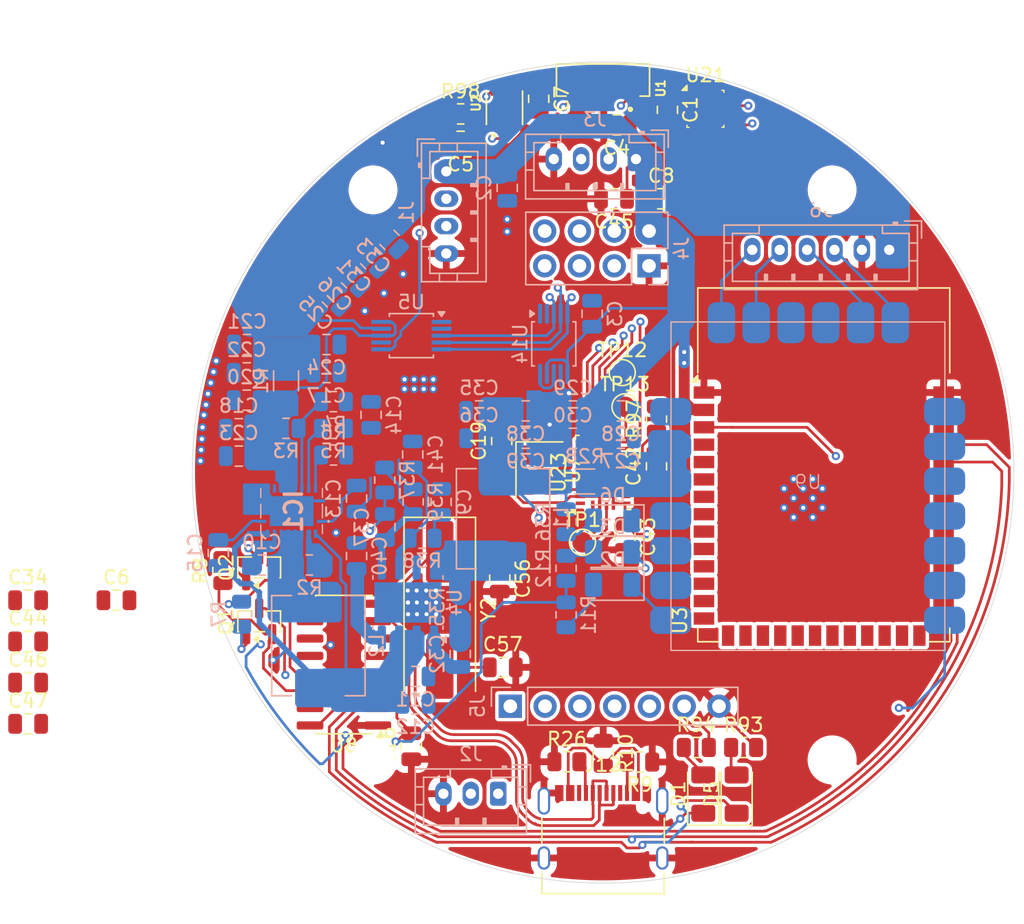
<source format=kicad_pcb>
(kicad_pcb (version 20241229) (generator "pcbnew") (generator_version "9.0")
  (layers (0 "F.Cu" signal) (4 "In1.Cu" signal) (6 "In2.Cu" signal) (2 "B.Cu" signal) (13 "F.Paste" user) (15 "B.Paste" user) (5 "F.SilkS" user "F.Silkscreen") (7 "B.SilkS" user "B.Silkscreen") (1 "F.Mask" user) (3 "B.Mask" user) (25 "Edge.Cuts" user))
  (net 0 "")
  (net 1 "GND")
  (net 2 "+3.3V")
  (net 3 "Net-(U2-VDD)")
  (net 4 "Net-(U23-CAP)")
  (net 7 "/Fast-SDA")
  (net 8 "/Fast-SCL")
  (net 9 "/BNO085/3V3")
  (net 10 "/bno_rst")
  (net 11 "Net-(U23-BOOTN)")
  (net 12 "Net-(U23-S_SDA)")
  (net 13 "Net-(U23-S_SCL)")
  (net 14 "/Slow-SDA")
  (net 15 "/Slow-SCL")
  (net 16 "Net-(C17-Pad2)")
  (net 17 "/M1")
  (net 18 "/RX")
  (net 21 "/AUX")
  (net 24 "/M0")
  (net 25 "/TX")
  (net 26 "/ESP32-S3-WROOM-1/433Mhz_M1")
  (net 28 "/ESP32-S3-WROOM-1/433Mhz_ESP_TX")
  (net 29 "/ESP32-S3-WROOM-1/433Mhz_M0")
  (net 30 "/ESP32-S3-WROOM-1/433Mhz_AUX")
  (net 31 "/ESP32-S3-WROOM-1/433Mhz_ESP_RX")
  (net 36 "Net-(U23-XIN32)")
  (net 37 "/SPI_CLK")
  (net 38 "/SPI_MISO")
  (net 39 "/SPI_MOSI")
  (net 40 "/bno_cs")
  (net 42 "/bno_int")
  (net 43 "Net-(C9-Pad1)")
  (net 44 "Net-(C32-Pad1)")
  (net 45 "Net-(U4-BST)")
  (net 46 "Net-(U14-Vbus)")
  (net 47 "Net-(U4-FB)")
  (net 48 "Net-(U4-SS)")
  (net 49 "Net-(U4-COMP)")
  (net 50 "Net-(D6-A)")
  (net 51 "Net-(U4-SW)")
  (net 54 "/Alert")
  (net 55 "Net-(IC1-SW_1)")
  (net 56 "Net-(IC1-BOOT)")
  (net 57 "Net-(IC1-VCC)")
  (net 58 "Net-(C14-Pad1)")
  (net 59 "Net-(IC1-SS)")
  (net 60 "Net-(IC1-VOUT_1)")
  (net 62 "Net-(IC1-FSW)")
  (net 63 "Net-(IC1-FB)")
  (net 64 "Net-(IC1-ILIM)")
  (net 65 "Net-(IC1-COMP)")
  (net 66 "/GPS_TX")
  (net 67 "/GPS_RX")
  (net 68 "+12V")
  (net 71 "Net-(U8-XO)")
  (net 72 "Net-(U8-XI)")
  (net 73 "Net-(D1-A)")
  (net 74 "/ESP32-S3-WROOM-1/esp_rxd0")
  (net 75 "Net-(D5-A)")
  (net 76 "/ESP32-S3-WROOM-1/esp_txd0")
  (net 79 "Net-(J12-CC1)")
  (net 80 "Net-(J12-CC2)")
  (net 81 "Net-(J12-VBUS-PadA4)")
  (net 82 "/ESP32-S3-WROOM-1/RTS")
  (net 83 "/ESP32-S3-WROOM-1/ESP_EN")
  (net 84 "Net-(Q1-B)")
  (net 85 "/ESP32-S3-WROOM-1/DTR")
  (net 86 "Net-(Q2-B)")
  (net 87 "/ESP32-S3-WROOM-1/ESP_IO0")
  (net 93 "/4K-CAM/ACT")
  (net 94 "Net-(D2-A)")
  (net 95 "/4K-CAM/LINK")
  (net 97 "Net-(D3-A)")
  (net 98 "/2.4g_int")
  (net 99 "/2.4g_en")
  (net 100 "/2.4g_cs")
  (net 102 "Net-(J6-Pin_4)")
  (net 103 "Net-(J6-Pin_3)")
  (net 104 "Net-(J6-Pin_5)")
  (net 106 "Net-(J6-Pin_6)")
  (net 107 "/cam_int")
  (net 108 "/cam_rst")
  (net 109 "/cam_cs")
  (net 110 "Net-(U8-UD+)")
  (net 111 "Net-(U8-UD-)")
  (net 112 "Net-(C34-Pad2)")
  (footprint "Crystal:Crystal_SMD_3225-4Pin_3.2x2.5mm" (layer "F.Cu") (at 95.35 99.825 -90)
    (property "Reference" "U7")
    (property "Value" "ASEK-32.768KHZ-L-R-T")
  )
  (footprint "Capacitor_SMD:C_0805_2012Metric" (layer "F.Cu") (at 101.6 104.7 -90)
    (property "Reference" "C43")
    (property "Value" "100nf")
  )
  (footprint "" (layer "F.Cu") (at 116.725 79.35)
    (property "Reference" "")
    (property "Value" "")
  )
  (footprint "Capacitor_SMD:C_0805_2012Metric" (layer "F.Cu") (at 92.675 114.235)
    (property "Reference" "C57")
    (property "Value" "22pf")
  )
  (footprint "Capacitor_SMD:C_0805_2012Metric" (layer "F.Cu") (at 100.8 80 180)
    (property "Reference" "C45")
    (property "Value" "100nf")
  )
  (footprint "Package_SO:SOIC-16_3.9x9.9mm_P1.27mm" (layer "F.Cu") (at 81.075 114.035 180)
    (property "Reference" "U8")
    (property "Value" "CH340G")
  )
  (footprint "Capacitor_SMD:C_0805_2012Metric" (layer "F.Cu") (at 86 120 90)
    (property "Reference" "C16")
    (property "Value" "100nf")
  )
  (footprint "Capacitor_SMD:C_0805_2012Metric" (layer "F.Cu") (at 89.6 75.8 180)
    (property "Reference" "C5")
    (property "Value" "1uf")
  )
  (footprint "Resistor_SMD:R_0805_2012Metric" (layer "F.Cu") (at 100.011423 120.516177 -90)
    (property "Reference" "R10")
    (property "Value" "10k")
  )
  (footprint "Resistor_SMD:R_0805_2012Metric" (layer "F.Cu") (at 106.8089 120.0912)
    (property "Reference" "R94")
    (property "Value" "1K")
  )
  (footprint "TestPoint:TestPoint_Pad_D1.5mm" (layer "F.Cu") (at 101.6 95.2)
    (property "Reference" "TP13")
    (property "Value" "bno_scl")
  )
  (footprint "Capacitor_SMD:C_0805_2012Metric" (layer "F.Cu") (at 64.4638 109.3342)
    (property "Reference" "C6")
    (property "Value" "1uf")
  )
  (footprint "Diode_SMD:D_1206_3216Metric" (layer "F.Cu") (at 109.7534 123.4948 90)
    (property "Reference" "D5")
    (property "Value" "LED")
  )
  (footprint "TestPoint:TestPoint_Pad_D1.5mm" (layer "F.Cu") (at 101.4 92.7)
    (property "Reference" "TP12")
    (property "Value" "bno_sda")
  )
  (footprint "Package_TO_SOT_SMD:SOT-23" (layer "F.Cu") (at 74.8894 106.9363 90)
    (property "Reference" "Q2")
    (property "Value" "BC817")
  )
  (footprint "Resistor_SMD:R_0805_2012Metric" (layer "F.Cu") (at 103.9 96.1 90)
    (property "Reference" "R97")
    (property "Value" "10k")
  )
  (footprint "" (layer "F.Cu") (at 83.2 79.35)
    (property "Reference" "")
    (property "Value" "")
  )
  (footprint "Capacitor_SMD:C_0805_2012Metric" (layer "F.Cu") (at 58.0138 112.3442)
    (property "Reference" "C44")
    (property "Value" "4,7uf")
  )
  (footprint "Capacitor_SMD:C_0805_2012Metric" (layer "F.Cu") (at 58.0138 109.3342)
    (property "Reference" "C34")
    (property "Value" "4,7uf")
  )
  (footprint "panel:XDCR_VEML7700-TR" (layer "F.Cu") (at 99.995 71.325 -90)
    (property "Reference" "U1")
    (property "Value" "VEML7700-TR")
  )
  (footprint "Resistor_SMD:R_0805_2012Metric" (layer "F.Cu") (at 110.2633 120.0912)
    (property "Reference" "R93")
    (property "Value" "1K")
  )
  (footprint "Capacitor_SMD:C_0805_2012Metric" (layer "F.Cu") (at 92.6 97.7 90)
    (property "Reference" "C19")
    (property "Value" "100nf")
  )
  (footprint "Package_LGA:LGA-28_5.2x3.8mm_P0.5mm" (layer "F.Cu") (at 100 100 90)
    (property "Reference" "U23")
    (property "Value" "BNO085")
  )
  (footprint "Capacitor_SMD:C_0805_2012Metric" (layer "F.Cu") (at 104.25 80)
    (property "Reference" "C8")
    (property "Value" "1uf")
  )
  (footprint "Resistor_SMD:R_0805_2012Metric" (layer "F.Cu") (at 72.2376 107.1626 90)
    (property "Reference" "R8")
    (property "Value" "10k")
  )
  (footprint "Capacitor_SMD:C_0805_2012Metric" (layer "F.Cu") (at 104.7 73.5 -90)
    (property "Reference" "C1")
    (property "Value" "100nf")
  )
  (footprint "Package_TO_SOT_SMD:SOT-23" (layer "F.Cu") (at 74.8894 110.8733 90)
    (property "Reference" "Q1")
    (property "Value" "BC817")
  )
  (footprint "Diode_SMD:D_1206_3216Metric" (layer "F.Cu") (at 107.315 123.4948 90)
    (property "Reference" "D1")
    (property "Value" "LED")
  )
  (footprint "Resistor_SMD:R_0805_2012Metric" (layer "F.Cu") (at 89.6 73.8)
    (property "Reference" "R98")
    (property "Value" "10R")
  )
  (footprint "RF_Module:ESP32-S3-WROOM-1" (layer "F.Cu") (at 116.116 99.4164)
    (property "Reference" "U3")
    (property "Value" "ESP32-S3-WROOM-1")
  )
  (footprint "Capacitor_SMD:C_0805_2012Metric" (layer "F.Cu") (at 58.0138 115.3542)
    (property "Reference" "C46")
    (property "Value" "4,7uf")
  )
  (footprint "Capacitor_SMD:C_0805_2012Metric" (layer "F.Cu") (at 92.456 107.7468 -90)
    (property "Reference" "C56")
    (property "Value" "22pf")
  )
  (footprint "panel:XDCR_SGP41-D-R4" (layer "F.Cu") (at 92.8 73.35 90)
    (property "Reference" "U2")
    (property "Value" "SGP41-D-R4")
  )
  (footprint "Capacitor_SMD:C_0805_2012Metric" (layer "F.Cu") (at 95.3 72.7 -90)
    (property "Reference" "C7")
    (property "Value" "100nf")
  )
  (footprint "Resistor_SMD:R_0805_2012Metric" (layer "F.Cu") (at 97.3582 121.1326)
    (property "Reference" "R26")
    (property "Value" "5.1K")
  )
  (footprint "" (layer "F.Cu") (at 116.725 121)
    (property "Reference" "")
    (property "Value" "")
  )
  (footprint "Crystal:Crystal_SMD_HC49-SD" (layer "F.Cu") (at 88.075 110.035 -90)
    (property "Reference" "Y2")
    (property "Value" "12MHz")
  )
  (footprint "Connector_USB:USB_C_Receptacle_Palconn_UTC16-G" (layer "F.Cu") (at 100 125.925)
    (property "Reference" "J12")
    (property "Value" "USB_C")
  )
  (footprint "Capacitor_SMD:C_0805_2012Metric" (layer "F.Cu") (at 58.0138 118.3642)
    (property "Reference" "C47")
    (property "Value" "4,7uf")
  )
  (footprint "Capacitor_SMD:C_0805_2012Metric" (layer "F.Cu") (at 103.9 99.55 90)
    (property "Reference" "C42")
    (property "Value" "100nf")
  )
  (footprint "Capacitor_SMD:C_0805_2012Metric" (layer "F.Cu") (at 101 74.6 180)
    (property "Reference" "C4")
    (property "Value" "100nf")
  )
  (footprint "Package_LGA:Bosch_LGA-8_2.5x2.5mm_P0.65mm_ClockwisePinNumbering" (layer "F.Cu") (at 107.475 73.427)
    (property "Reference" "U21")
    (property "Value" "BME280")
  )
  (footprint "Resistor_SMD:R_0805_2012Metric" (layer "F.Cu") (at 102.677438 121.152279 180)
    (property "Reference" "R9")
    (property "Value" "5.1K")
  )
  (footprint "TestPoint:TestPoint_Pad_D1.5mm" (layer "F.Cu") (at 98.5 105.1)
    (property "Reference" "TP1")
    (property "Value" "bno_scl")
  )
  (footprint "" (layer "F.Cu") (at 83.2 121)
    (property "Reference" "")
    (property "Value" "")
  )
  (footprint "Capacitor_SMD:C_0805_2012Metric" (layer "B.Cu") (at 94.35 97.5)
    (property "Reference" "C39")
    (property "Value" "4,7uf")
  )
  (footprint "Resistor_SMD:R_0805_2012Metric" (layer "B.Cu") (at 78.5488 106.759)
    (property "Reference" "R2")
    (property "Value" "105k")
  )
  (footprint "panel:SOIC-8-1EP_3.9x4.9mm_P1.27mm_EP2.95x4.9mm_Mask2.71x3.4mm_ThermalVias_BigVias" (layer "B.Cu") (at 85.75 109.5 90)
    (property "Reference" "U4")
    (property "Value" "AP64501SP-13")
  )
  (footprint "Capacitor_SMD:C_0805_2012Metric" (layer "B.Cu") (at 84.068092 103.986333 -90)
    (property "Reference" "C37")
    (property "Value" "68pf")
  )
  (footprint "Capacitor_SMD:C_0805_2012Metric" (layer "B.Cu") (at 101.3 97.5)
    (property "Reference" "C27")
    (property "Value" "4,7uf")
  )
  (footprint "panel:W5500-io" (layer "B.Cu") (at 114.975 101.9 180)
    (property "Reference" "U9")
    (property "Value" "W5500IO")
  )
  (footprint "panel:BQ24031IRHLRQ1" (layer "B.Cu") (at 77.2534 102.822 90)
    (property "Reference" "IC1")
    (property "Value" "TPS61088RHLT" (hide yes))
  )
  (footprint "Package_SO:VSSOP-10_3x3mm_P0.5mm" (layer "B.Cu") (at 86 90 180)
    (property "Reference" "U5")
    (property "Value" "INA226")
  )
  (footprint "Capacitor_SMD:C_0805_2012Metric" (layer "B.Cu") (at 86.3 114.9)
    (property "Reference" "C11")
    (property "Value" "4,7uf")
  )
  (footprint "Capacitor_SMD:C_0805_2012Metric" (layer "B.Cu") (at 79.8 90.65)
    (property "Reference" "C24")
    (property "Value" "4,7uf")
  )
  (footprint "Resistor_SMD:R_0805_2012Metric" (layer "B.Cu") (at 97.3 110.4 90)
    (property "Reference" "R11")
    (property "Value" "1K")
  )
  (footprint "Resistor_SMD:R_0805_2012Metric" (layer "B.Cu") (at 80.3034 94.822)
    (property "Reference" "R4")
    (property "Value" "33k")
  )
  (footprint "panel:HCM1A0805" (layer "B.Cu") (at 79.2092 112.6518 90)
    (property "Reference" "L2")
    (property "Value" "HCM0703-3R3-R")
  )
  (footprint "Capacitor_SMD:C_0805_2012Metric" (layer "B.Cu") (at 82 106.1 90)
    (property "Reference" "C40")
    (property "Value" "100n")
  )
  (footprint "Capacitor_SMD:C_0805_2012Metric" (layer "B.Cu") (at 84.4 83 -45)
    (property "Reference" "C33")
    (property "Value" "100nf")
  )
  (footprint "Resistor_SMD:R_0805_2012Metric" (layer "B.Cu") (at 76.8534 96.772)
    (property "Reference" "R3")
    (property "Value" "105k")
  )
  (footprint "Capacitor_SMD:C_0805_2012Metric" (layer "B.Cu") (at 81.6 85.8 -45)
    (property "Reference" "C26")
    (property "Value" "100nf")
  )
  (footprint "Resistor_SMD:R_0805_2012Metric" (layer "B.Cu") (at 84.06 100.55 90)
    (property "Reference" "R37")
    (property "Value" "105k")
  )
  (footprint "Resistor_SMD:R_0805_2012Metric" (layer "B.Cu") (at 97.3 103.6 -90)
    (property "Reference" "R36")
    (property "Value" "100R")
  )
  (footprint "Capacitor_SMD:C_0805_2012Metric" (layer "B.Cu") (at 82 101.9 -90)
    (property "Reference" "C13")
    (property "Value" "4,7uf")
  )
  (footprint "Diode_SMD:D_1206_3216Metric" (layer "B.Cu") (at 100.7 103.5 180)
    (property "Reference" "D6")
    (property "Value" "LED")
  )
  (footprint "Capacitor_SMD:C_0805_2012Metric" (layer "B.Cu") (at 86.1 98.68 90)
    (property "Reference" "C41")
    (property "Value" "68pf")
  )
  (footprint "Capacitor_SMD:C_0805_2012Metric" (layer "B.Cu") (at 90.95 95.5 180)
    (property "Reference" "C35")
    (property "Value" "4,7uf")
  )
  (footprint "Connector_PinHeader_2.54mm:PinHeader_1x07_P2.54mm_Vertical" (layer "B.Cu") (at 93.225 117.075 -90)
    (property "Reference" "J5")
    (property "Value" "Conn_01x07_Pin")
  )
  (footprint "Connector_JST:JST_PH_B3B-PH-K_1x03_P2.00mm_Vertical" (layer "B.Cu") (at 92.3412 123.4694 180)
    (property "Reference" "J2")
    (property "Value" "Battery")
  )
  (footprint "Resistor_SMD:R_1206_3216Metric" (layer "B.Cu") (at 76.85 93.3 -90)
    (property "Reference" "R1")
    (property "Value" "0.056Ω")
  )
  (footprint "Capacitor_SMD:C_0805_2012Metric" (layer "B.Cu") (at 94.35 95.5)
    (property "Reference" "C38")
    (property "Value" "4,7uf")
  )
  (footprint "Capacitor_SMD:C_0805_2012Metric" (layer "B.Cu") (at 99.2 88.4 90)
    (property "Reference" "C3")
    (property "Value" "100nf")
  )
  (footprint "Capacitor_SMD:C_0805_2012Metric" (layer "B.Cu") (at 73.982467 92.719661 180)
    (property "Reference" "C22")
    (property "Value" "4,7uf")
  )
  (footprint "Resistor_SMD:R_1206_3216Metric" (layer "B.Cu") (at 98.655727 100.656774 180)
    (property "Reference" "R28")
    (property "Value" "0.056Ω")
  )
  (footprint "Capacitor_SMD:C_0805_2012Metric" (layer "B.Cu") (at 88.17 102.15 90)
    (property "Reference" "C9")
    (property "Value" "1.2nF")
  )
  (footprint "Connector_JST:JST_PH_B4B-PH-K_1x04_P2.00mm_Vertical" (layer "B.Cu") (at 88.55 78 -90)
    (property "Reference" "J1")
    (property "Value" "GPS")
  )
  (footprint "Capacitor_SMD:C_0805_2012Metric" (layer "B.Cu") (at 86.3 116.9)
    (property "Reference" "C12")
    (property "Value" "4,7uf")
  )
  (footprint "Capacitor_SMD:C_0805_2012Metric" (layer "B.Cu") (at 80.2 87.2 -45)
    (property "Reference" "C25")
    (property "Value" "100nf")
  )
  (footprint "Capacitor_SMD:C_0805_2012Metric" (layer "B.Cu") (at 82.997047 84.407422 -45)
    (property "Reference" "C31")
    (property "Value" "100nf")
  )
  (footprint "Connector_JST:JST_PH_B6B-PH-K_1x06_P2.00mm_Vertical" (layer "B.Cu") (at 120.896838 83.731832 180)
    (property "Reference" "J6")
    (property "Value" "Conn_01x06_Socket")
  )
  (footprint "Capacitor_SMD:C_0805_2012Metric" (layer "B.Cu") (at 97.8 95.5 180)
    (property "Reference" "C29")
    (property "Value" "4,7uf")
  )
  (footprint "Connector_JST:JST_PH_B4B-PH-K_1x04_P2.00mm_Vertical" (layer "B.Cu") (at 102.4 77.1 180)
    (property "Reference" "J3")
    (property "Value" "FLIR")
  )
  (footprint "Capacitor_SMD:C_0805_2012Metric" (layer "B.Cu") (at 79.8 92.7)
    (property "Reference" "C17")
    (property "Value" "4,7uf")
  )
  (footprint "Capacitor_SMD:C_0805_2012Metric" (layer "B.Cu") (at 75.086344 106.759361 180)
    (property "Reference" "C10")
    (property "Value" "100n")
  )
  (footprint "Resistor_SMD:R_0805_2012Metric" (layer "B.Cu") (at 80.3159 98.722 180)
    (property "Reference" "R6")
    (property "Value" "105k")
  )
  (footprint "Capacitor_SMD:C_0805_2012Metric" (layer "B.Cu") (at 90.95 97.5 180)
    (property "Reference" "C36")
    (property "Value" "4,7uf")
  )
  (footprint "Resistor_SMD:R_0805_2012Metric" (layer "B.Cu") (at 73.6 110.35 -90)
    (property "Reference" "R7")
    (property "Value" "10k")
  )
  (footprint "panel:HCM1A0805" (layer "B.Cu") (at 92.7 103.38 90)
    (property "Reference" "L1")
    (property "Value" "HCM0703-3R3-R")
  )
  (footprint "Capacitor_SMD:C_0805_2012Metric" (layer "B.Cu") (at 71.9 105.875 -90)
    (property "Reference" "C15")
    (property "Value" "4,7uf")
  )
  (footprint "Capacitor_SMD:C_0805_2012Metric" (layer "B.Cu") (at 73.4 98.8 180)
    (property "Reference" "C23")
    (property "Value" "4,7uf")
  )
  (footprint "Resistor_SMD:R_0805_2012Metric" (layer "B.Cu") (at 89.55 109.8275 -90)
    (property "Reference" "R35")
    (property "Value" "10R")
  )
  (footprint "Capacitor_SMD:C_0805_2012Metric" (layer "B.Cu") (at 83.06 95.79 90)
    (property "Reference" "C14")
    (property "Value" "68pf")
  )
  (footprint "Resistor_SMD:R_0805_2012Metric" (layer "B.Cu") (at 97.3 107 -90)
    (property "Reference" "R12")
    (property "Value" "1K")
  )
  (footprint "Capacitor_SMD:C_0805_2012Metric" (layer "B.Cu") (at 101.3 95.5)
    (property "Reference" "C28")
    (property "Value" "4,7uf")
  )
  (footprint "Diode_SMD:D_1206_3216Metric" (layer "B.Cu") (at 100.7 108.2 180)
    (property "Reference" "D2")
    (property "Value" "LED")
  )
  (footprint "Capacitor_SMD:C_0805_2012Metric" (layer "B.Cu") (at 74 90.65 180)
    (property "Reference" "C21")
    (property "Value" "4,7uf")
  )
  (footprint "Capacitor_SMD:C_0805_2012Metric" (layer "B.Cu") (at 73.4 96.8 180)
    (property "Reference" "C18")
    (property "Value" "4,7uf")
  )
  (footprint "Diode_SMD:D_1206_3216Metric" (layer "B.Cu") (at 100.7 105.8 180)
    (property "Reference" "D3")
    (property "Value" "LED")
  )
  (footprint "Capacitor_SMD:C_0805_2012Metric" (layer "B.Cu") (at 97.8 97.5 180)
    (property "Reference" "C30")
    (property "Value" "4,7uf")
  )
  (footprint "Resistor_SMD:R_0805_2012Metric" (layer "B.Cu") (at 86.13 102.14 90)
    (property "Reference" "R39")
    (property "Value" "33k")
  )
  (footprint "Package_SO:VSSOP-10_3x3mm_P0.5mm" (layer "B.Cu") (at 96.4 90.6 -90)
    (property "Reference" "U14")
    (property "Value" "INA226")
  )
  (footprint "Connector_PinHeader_2.54mm:PinHeader_2x04_P2.54mm_Vertical" (layer "B.Cu") (at 103.355 84.9 90)
    (property "Reference" "J4")
    (property "Value" "2.4G_Radio")
  )
  (footprint "Capacitor_SMD:C_0805_2012Metric" (layer "B.Cu") (at 89.57 113.265 -90)
    (property "Reference" "C32")
    (property "Value" "100n")
  )
  (footprint "Capacitor_SMD:C_0805_2012Metric" (layer "B.Cu") (at 93 79.2 -90)
    (property "Reference" "C2")
    (property "Value" "100nf")
  )
  (footprint "Resistor_SMD:R_0805_2012Metric" (layer "B.Cu") (at 80.3034 96.772)
    (property "Reference" "R5")
    (property "Value" "33k")
  )
  (footprint "Resistor_SMD:R_0805_2012Metric" (layer "B.Cu") (at 86.78 104.8)
    (property "Reference" "R38")
    (property "Value" "12K 1%")
  )
  (footprint "Capacitor_SMD:C_0805_2012Metric" (layer "B.Cu") (at 73.979404 94.712297 180)
    (property "Reference" "C20")
    (property "Value" "4,7uf")
  )
  (gr_arc (start 125.860221 112.415814) (mid 120.105933 120.527404) (end 111.924344 126.181722) (stroke (width 0.2)) (layer "F.Cu") (net 87))
  (gr_arc (start 87.8586 127.0254) (mid 83.727996 124.758993) (end 80.008897 121.866451) (stroke (width 0.2)) (layer "F.Cu") (net 76))
  (gr_arc (start 88.0872 126.1872) (mid 84.378795 124.165418) (end 81.007452 121.621028) (stroke (width 0.2)) (layer "F.Cu") (net 87))
  (gr_arc (start 129.662345 100.631457) (mid 124.762192 116.342806) (end 112.2426 127.0254) (stroke (width 0.2)) (layer "F.Cu") (net 76))
  (gr_arc (start 129.114456 100.913574) (mid 124.228177 116.18136) (end 112.0394 126.5936) (stroke (width 0.2)) (layer "F.Cu") (net 74))
  (gr_arc (start 87.2998 126.3142) (mid 83.937698 124.407676) (end 80.856654 122.074069) (stroke (width 0.2)) (layer "F.Cu") (net 74))
  (gr_curve (pts (xy 80.6 119.6) (xy 80.6 119.6) (xy 80.6 119.6) (xy 80.6 119.6)) (stroke (width 0.2)) (layer "F.Cu"))
  (gr_arc (start 79.2988 121.2596) (mid 76.348776 117.935295) (end 73.931752 114.205463) (stroke (width 0.2)) (layer "B.Cu") (net 87))
  (gr_circle (center 100 100) (end 100 70) (stroke (width 0.05)) (fill no) (layer "Edge.Cuts"))
  (segment (start 94.5 100.7696) (end 95.4696 99.8) (width 0.2) (layer "F.Cu") (net 1))
  (segment (start 106.9 75.003) (end 107.15 74.753) (width 0.2) (layer "F.Cu") (net 1))
  (segment (start 94.5 100.925) (end 94.5 100.7696) (width 0.2) (layer "F.Cu") (net 1))
  (segment (start 97.101 99.41016) (end 97.101 97.501) (width 0.2) (layer "F.Cu") (net 1))
  (segment (start 107.15 74.753) (end 107.15 74.452) (width 0.2) (layer "F.Cu") (net 1))
  (segment (start 102.269332 100.25) (end 101.6625 100.25) (width 0.2) (layer "F.Cu") (net 1))
  (segment (start 97.101 97.501) (end 96.1 96.5) (width 0.2) (layer "F.Cu") (net 1))
  (segment (start 95.4696 99.8) (end 96.71116 99.8) (width 0.2) (layer "F.Cu") (net 1))
  (segment (start 106.024 72.878) (end 106.024 75.003) (width 0.2) (layer "F.Cu") (net 1))
  (segment (start 93.6 72.55) (end 92.8 73.35) (width 0.2) (layer "F.Cu") (net 1))
  (segment (start 106.5 72.402) (end 106.024 72.878) (width 0.2) (layer "F.Cu") (net 1))
  (segment (start 103.9 98.619332) (end 102.269332 100.25) (width 0.2) (layer "F.Cu") (net 1))
  (segment (start 103.9 98.6) (end 103.9 98.619332) (width 0.2) (layer "F.Cu") (net 1))
  (segment (start 96.71116 99.8) (end 97.101 99.41016) (width 0.2) (layer "F.Cu") (net 1))
  (segment (start 106.024 75.003) (end 106.9 75.003) (width 0.2) (layer "F.Cu") (net 1))
  (segment (start 93.6 72.2) (end 93.6 72.55) (width 0.2) (layer "F.Cu") (net 1))
  (via (at 85.75 109.5) (size 0.6) (drill 0.3) (layers "F.Cu" "B.Cu") (net 1))
  (via (at 71.75 91.85) (size 0.6) (drill 0.3) (layers "F.Cu" "B.Cu") (net 1))
  (via (at 85.4 85.5) (size 0.6) (drill 0.3) (layers "F.Cu" "B.Cu") (net 1))
  (via (at 84 86.9) (size 0.6) (drill 0.3) (layers "F.Cu" "B.Cu") (net 1))
  (via (at 86.2 93.2) (size 0.6) (drill 0.3) (layers "F.Cu" "B.Cu") (net 1))
  (via (at 97.5 94.2) (size 0.6) (drill 0.3) (layers "F.Cu" "B.Cu") (net 1))
  (via (at 93 81.5) (size 0.6) (drill 0.3) (layers "F.Cu" "B.Cu") (net 1))
  (via (at 87.086837 108.623003) (size 0.6) (drill 0.3) (layers "F.Cu" "B.Cu") (net 1))
  (via (at 87.8 109.5) (size 0.6) (drill 0.3) (layers "F.Cu" "B.Cu") (net 1))
  (via (at 87.1 109.5) (size 0.6) (drill 0.3) (layers "F.Cu" "B.Cu") (net 1))
  (via (at 85.759462 110.353553) (size 0.6) (drill 0.3) (layers "F.Cu" "B.Cu") (net 1))
  (via (at 82.6 88.2) (size 0.6) (drill 0.3) (layers "F.Cu" "B.Cu") (net 1))
  (via (at 71.35 93.45) (size 0.6) (drill 0.3) (layers "F.Cu" "B.Cu") (net 1))
  (via (at 86.2 93.9) (size 0.6) (drill 0.3) (layers "F.Cu" "B.Cu") (net 1))
  (via (at 70.6 99.15) (size 0.6) (drill 0.3) (layers "F.Cu" "B.Cu") (net 1))
  (via (at 70.7 97.55) (size 0.6) (drill 0.3) (layers "F.Cu" "B.Cu") (net 1))
  (via (at 70.85 95.8) (size 0.6) (drill 0.3) (layers "F.Cu" "B.Cu") (net 1))
  (via (at 80.5 104.4) (size 0.6) (drill 0.3) (layers "F.Cu" "B.Cu") (net 1))
  (via (at 70.75 96.7) (size 0.6) (drill 0.3) (layers "F.Cu" "B.Cu") (net 1))
  (via (at 86.4 109.5) (size 0.6) (drill 0.3) (layers "F.Cu" "B.Cu") (net 1))
  (via (at 85.736837 108.623003) (size 0.6) (drill 0.3) (layers "F.Cu" "B.Cu") (net 1))
  (via (at 96.1 96.5) (size 0.6) (drill 0.3) (layers "F.Cu" "B.Cu") (net 1))
  (via (at 85.5 93.9) (size 0.6) (drill 0.3) (layers "F.Cu" "B.Cu") (net 1))
  (via (at 86.9 93.9) (size 0.6) (drill 0.3) (layers "F.Cu" "B.Cu") (net 1))
  (via (at 86.386837 108.623003) (size 0.6) (drill 0.3) (layers "F.Cu" "B.Cu") (net 1))
  (via (at 85.75 109.5) (size 0.6) (drill 0.3) (layers "F.Cu" "B.Cu") (net 1))
  (via (at 71 95.05) (size 0.6) (drill 0.3) (layers "F.Cu" "B.Cu") (net 1))
  (via (at 93 82.4) (size 0.6) (drill 0.3) (layers "F.Cu" "B.Cu") (net 1))
  (via (at 87.6 93.9) (size 0.6) (drill 0.3) (layers "F.Cu" "B.Cu") (net 1))
  (via (at 85.5 93.2) (size 0.6) (drill 0.3) (layers "F.Cu" "B.Cu") (net 1))
  (via (at 87.786837 108.623003) (size 0.6) (drill 0.3) (layers "F.Cu" "B.Cu") (net 1))
  (via (at 86.9 93.2) (size 0.6) (drill 0.3) (layers "F.Cu" "B.Cu") (net 1))
  (via (at 87.809462 110.353553) (size 0.6) (drill 0.3) (layers "F.Cu" "B.Cu") (net 1))
  (via (at 71.15 94.25) (size 0.6) (drill 0.3) (layers "F.Cu" "B.Cu") (net 1))
  (via (at 86.409462 110.353553) (size 0.6) (drill 0.3) (layers "F.Cu" "B.Cu") (net 1))
  (via (at 70.65 98.35) (size 0.6) (drill 0.3) (layers "F.Cu" "B.Cu") (net 1))
  (via (at 80.1 112.6) (size 0.6) (drill 0.3) (layers "F.Cu" "B.Cu") (net 1))
  (via (at 87.109462 110.353553) (size 0.6) (drill 0.3) (layers "F.Cu" "B.Cu") (net 1))
  (via (at 71.55 92.65) (size 0.6) (drill 0.3) (layers "F.Cu" "B.Cu") (net 1))
  (via (at 75.9 113.7) (size 0.6) (drill 0.3) (layers "F.Cu" "B.Cu") (net 1))
  (via (at 87.6 93.2) (size 0.6) (drill 0.3) (layers "F.Cu" "B.Cu") (net 1))
  (via (at 85.75 109.5) (size 0.6) (drill 0.3) (layers "F.Cu" "B.Cu") (net 1))
  (segment (start 86.13 101.2275) (end 85.07 100.1675) (width 0.2) (layer "B.Cu") (net 1))
  (segment (start 76.85 112.95) (end 76.1 113.7) (width 0.2) (layer "B.Cu") (net 1))
  (segment (start 76.5034 102.072) (end 77.2534 102.822) (width 0.2) (layer "B.Cu") (net 1))
  (segment (start 82 102.85) (end 83.026 101.824) (width 0.2) (layer "B.Cu") (net 1))
  (segment (start 73.5534 108.122) (end 74.272 108.122) (width 0.4) (layer "B.Cu") (net 1))
  (segment (start 79.4034 102.072) (end 78.0034 102.072) (width 0.2) (layer "B.Cu") (net 1))
  (segment (start 74.9034 111.0034) (end 76.85 112.95) (width 0.4) (layer "B.Cu") (net 1))
  (segment (start 74.9034 108.7534) (end 74.9034 111.0034) (width 0.4) (layer "B.Cu") (net 1))
  (segment (start 80.8304 106.299) (end 80.8304 107.825604) (width 0.2) (layer "B.Cu") (net 1))
  (segment (start 74.272 108.122) (end 74.9034 108.7534) (width 0.4) (layer "B.Cu") (net 1))
  (segment (start 73.1034 105.522) (end 73.1034 107.672) (width 0.4) (layer "B.Cu") (net 1))
  (segment (start 76.769247 102.822) (end 77.2534 102.822) (width 0.2) (layer "B.Cu") (net 1))
  (segment (start 79.0034 104.472) (end 80.8304 106.299) (width 0.2) (layer "B.Cu") (net 1))
  (segment (start 74.1534 104.472) (end 73.1034 105.522) (width 0.4) (layer "B.Cu") (net 1))
  (segment (start 73.1034 107.672) (end 73.5534 108.122) (width 0.4) (layer "B.Cu") (net 1))
  (segment (start 97.5 94.2) (end 96.9 93.6) (width 0.2) (layer "B.Cu") (net 1))
  (segment (start 80.8304 107.825604) (end 81.224971 108.220175) (width 0.2) (layer "B.Cu") (net 1))
  (segment (start 79.2092 115.3092) (end 79.2092 115.7518) (width 0.4) (layer "B.Cu") (net 1))
  (segment (start 78.0034 102.072) (end 77.2534 102.822) (width 0.2) (layer "B.Cu") (net 1))
  (segment (start 83.026 100.426) (end 83 100.4) (width 0.2) (layer "B.Cu") (net 1))
  (segment (start 85.07 100.1675) (end 85.07 99.05) (width 0.2) (layer "B.Cu") (net 1))
  (segment (start 76.1 113.7) (end 75.9 113.7) (width 0.2) (layer "B.Cu") (net 1))
  (segment (start 76.85 112.95) (end 79.2092 115.3092) (width 0.4) (layer "B.Cu") (net 1))
  (segment (start 75.4824 104.472) (end 74.1534 104.472) (width 0.4) (layer "B.Cu") (net 1))
  (segment (start 96.9 93.6) (end 96.9 92.8) (width 0.2) (layer "B.Cu") (net 1))
  (segment (start 81.224971 108.220175) (end 81.224971 114.5) (width 0.2) (layer "B.Cu") (net 1))
  (segment (start 83.026 101.824) (end 83.026 100.426) (width 0.2) (layer "B.Cu") (net 1))
  (segment (start 97.6 101.75) (end 97.15 102.2) (width 0.2) (layer "F.Cu") (net 2))
  (segment (start 94.5 98.725) (end 92.625 98.725) (width 0.2) (layer "F.Cu") (net 2))
  (segment (start 90.4875 72) (end 91.2 72) (width 0.2) (layer "F.Cu") (net 2))
  (segment (start 104.7 72.55) (end 104.7 70.999) (width 0.2) (layer "F.Cu") (net 2))
  (segment (start 106.5 95.4) (end 105.925 94.825) (width 0.8) (layer "F.Cu") (net 2))
  (segment (start 99.679 101.75) (end 98.3375 101.75) (width 0.2) (layer "F.Cu") (net 2))
  (segment (start 83.005 114.67) (end 79.195 118.48) (width 0.2) (layer "F.Cu") (net 2))
  (segment (start 101.95 74.45) (end 103.85 72.55) (width 0.2) (layer "F.Cu") (net 2))
  (segment (start 103.2 104.5) (end 102.35 104.5) (width 0.2) (layer "F.Cu") (net 2))
  (segment (start 83.55 114.67) (end 83.005 114.67) (width 0.2) (layer "F.Cu") (net 2))
  (segment (start 92.8 71.923) (end 93.472112 71.250888) (width 0.2) (layer "F.Cu") (net 2))
  (segment (start 92.625 98.725) (end 92.5 98.85) (width 0.2) (layer "F.Cu") (net 2))
  (segment (start 107.15 71.952) (end 106.197 70.999) (width 0.2) (layer "F.Cu") (net 2))
  (segment (start 103.355 80.055) (end 103.3 80) (width 0.2) (layer "F.Cu") (net 2))
  (segment (start 105.925 94.825) (end 105.925 91.2) (width 0.8) (layer "F.Cu") (net 2))
  (segment (start 100.75 102.3875) (end 100.75 101.821) (width 0.2) (layer "F.Cu") (net 2))
  (segment (start 97.15 102.2) (end 94.18884 102.2) (width 0.2) (layer "F.Cu") (net 2))
  (segment (start 101.6 103.75) (end 101.6 102.3125) (width 0.2) (layer "F.Cu") (net 2))
  (segment (start 101.6 102.3125) (end 101.6625 102.25) (width 0.2) (layer "F.Cu") (net 2))
  (segment (start 84.9376 115.082601) (end 84.9376 117.922) (width 0.2) (layer "F.Cu") (net 2))
  (segment (start 99.75 102.3875) (end 99.75 101.821) (width 0.2) (layer "F.Cu") (net 2))
  (segment (start 92.6 100.61116) (end 92.6 98.65) (width 0.2) (layer "F.Cu") (net 2))
  (segment (start 100.75 101.821) (end 100.678 101.749) (width 0.2) (layer "F.Cu") (net 2))
  (segment (start 84.9368 119.65) (end 85.8012 118.7856) (width 0.2) (layer "F.Cu") (net 2))
  (segment (start 92.501 71.624) (end 92.8 71.923) (width 0.2) (layer "F.Cu") (net 2))
  (segment (start 101.75 80) (end 101.75 77.75) (width 0.2) (layer "F.Cu") (net 2))
  (segment (start 111.1758 120.0912) (end 109.6264 118.5418) (width 0.2) (layer "F.Cu") (net 2))
  (segment (start 106.5418 118.5418) (end 107.2388 118.5418) (width 0.2) (layer "F.Cu") (net 2))
  (segment (start 96.051 70.999) (end 100.359 70.999) (width 0.2) (layer "F.Cu") (net 2))
  (segment (start 101.95 74.6) (end 101.95 74.45) (width 0.2) (layer "F.Cu") (net 2))
  (segment (start 107.15 72.85) (end 107.15 72.402) (width 0.2) (layer "F.Cu") (net 2))
  (segment (start 103.355 82.36) (end 103.355 80.055) (width 0.2) (layer "F.Cu") (net 2))
  (segment (start 92.8 72.2) (end 92.8 71.923) (width 0.2) (layer "F.Cu") (net 2))
  (segment (start 84.9376 117.922) (end 85.8012 118.7856) (width 0.2) (layer "F.Cu") (net 2))
  (segment (start 106.197 70.999) (end 104.7 70.999) (width 0.2) (layer "F.Cu") (net 2))
  (segment (start 107.8 73.5) (end 107.15 72.85) (width 0.2) (layer "F.Cu") (net 2))
  (segment (start 102.4 75.05) (end 101.95 74.6) (width 0.2) (layer "F.Cu") (net 2))
  (segment (start 94.18884 102.2) (end 92.6 100.61116) (width 0.2) (layer "F.Cu") (net 2))
  (segment (start 83.55 114.67) (end 84.524999 114.67) (width 0.2) (layer "F.Cu") (net 2))
  (segment (start 101.75 77.75) (end 102.4 77.1) (width 0.2) (layer "F.Cu") (net 2))
  (segment (start 105.925 117.075) (end 105.925 117.925) (width 0.2) (layer "F.Cu") (net 2))
  (segment (start 100.901 70.999) (end 100.63 71.27) (width 0.2) (layer "F.Cu") (net 2))
  (segment (start 103.85 72.55) (end 104.7 72.55) (width 0.2) (layer "F.Cu") (net 2))
  (segment (start 108.45 74.452) (end 107.8 74.452) (width 0.2) (layer "F.Cu") (net 2))
  (segment (start 106.5 74.452) (end 106.5 73.5) (width 0.2) (layer "F.Cu") (net 2))
  (segment (start 84.524999 114.67) (end 84.9376 115.082601) (width 0.2) (layer "F.Cu") (net 2))
  (segment (start 107.8 74.452) (end 107.8 73.5) (width 0.2) (layer "F.Cu") (net 2))
  (segment (start 94.800888 71.250888) (end 95.3 71.75) (width 0.2) (layer "F.Cu") (net 2))
  (segment (start 100.8875 102.25) (end 101.6625 102.25) (width 0.2) (layer "F.Cu") (net 2))
  (segment (start 100.63 71.27) (end 100.63 72) (width 0.2) (layer "F.Cu") (net 2))
  (segment (start 84.85 119.65) (end 84.9368 119.65) (width 0.2) (layer "F.Cu") (net 2))
  (segment (start 106.5 73.5) (end 107.15 72.85) (width 0.2) (layer "F.Cu") (net 2))
  (segment (start 109.6264 118.5418) (end 107.2388 118.5418) (width 0.2) (layer "F.Cu") (net 2))
  (segment (start 107.3396 95.4) (end 107.366 95.4264) (width 0.5) (layer "F.Cu") (net 2))
  (segment (start 88.6875 73.8) (end 90.4875 72) (width 0.2) (layer "F.Cu") (net 2))
  (segment (start 107.7214 119.0244) (end 107.2388 118.5418) (width 0.2) (layer "F.Cu") (net 2))
  (segment (start 105.925 117.925) (end 106.5418 118.5418) (width 0.2) (layer "F.Cu") (net 2))
  (segment (start 102.4 77.1) (end 102.4 75.05) (width 0.2) (layer "F.Cu") (net 2))
  (segment (start 100.75 102.3875) (end 100.8875 102.25) (width 0.2) (layer "F.Cu") (net 2))
  (segment (start 98.3375 101.75) (end 97.6 101.75) (width 0.2) (layer "F.Cu") (net 2))
  (segment (start 79.195 118.48) (end 78.6 118.48) (width 0.2) (layer "F.Cu") (net 2))
  (segment (start 91.2 72) (end 91.576 71.624) (width 0.2) (layer "F.Cu") (net 2))
  (segment (start 104.7 70.999) (end 100.901 70.999) (width 0.2) (layer "F.Cu") (net 2))
  (segment (start 91.576 71.624) (end 92.501 71.624) (width 0.2) (layer "F.Cu") (net 2))
  (segment (start 102.35 104.5) (end 101.6 103.75) (width 0.2) (layer "F.Cu") (net 2))
  (segment (start 93.472112 71.250888) (end 94.800888 71.250888) (width 0.2) (layer "F.Cu") (net 2))
  (segment (start 100.678 101.749) (end 99.822 101.749) (width 0.2) (layer "F.Cu") (net 2))
  (segment (start 95.3 71.75) (end 96.051 70.999) (width 0.2) (layer "F.Cu") (net 2))
  (segment (start 99.75 101.821) (end 99.679 101.75) (width 0.2) (layer "F.Cu") (net 2))
  (segment (start 100.359 70.999) (end 100.63 71.27) (width 0.2) (layer "F.Cu") (net 2))
  (segment (start 107.7214 120.0912) (end 107.7214 119.0244) (width 0.2) (layer "F.Cu") (net 2))
  (segment (start 96.2 98.725) (end 94.5 98.725) (width 0.2) (layer "F.Cu") (net 2))
  (segment (start 107.15 72.402) (end 107.15 71.952) (width 0.2) (layer "F.Cu") (net 2))
  (segment (start 99.822 101.749) (end 99.75 101.821) (width 0.2) (layer "F.Cu") (net 2))
  (segment (start 106.5 95.4) (end 107.3396 95.4) (width 0.8) (layer "F.Cu") (net 2))
  (via (at 84.85 119.65) (size 0.6) (drill 0.3) (layers "F.Cu" "B.Cu") (net 2))
  (via (at 105.925 92) (size 0.6) (drill 0.3) (layers "F.Cu" "B.Cu") (net 2))
  (via (at 105.925 91.2) (size 0.6) (drill 0.3) (layers "F.Cu" "B.Cu") (net 2))
  (via (at 86.6 82.5) (size 0.6) (drill 0.3) (layers "F.Cu" "B.Cu") (net 2))
  (via (at 103.2 104.5) (size 0.6) (drill 0.3) (layers "F.Cu" "B.Cu") (net 2))
  (segment (start 99.2 89.35) (end 100.55 88) (width 0.2) (layer "B.Cu") (net 2))
  (segment (start 99.25 95) (end 98.75 95.5) (width 0.2) (layer "B.Cu") (net 2))
  (segment (start 97.4 92.043256) (end 97.4 92.8) (width 0.2) (layer "B.Cu") (net 2))
  (segment (start 84.607824 90.951) (end 83.949 90.951) (width 0.2) (layer "B.Cu") (net 2))
  (segment (start 84.826 90.732824) (end 84.607824 90.951) (width 0.2) (layer "B.Cu") (net 2))
  (segment (start 91.1 111.1) (end 92.7125 109.4875) (width 0.2) (layer "B.Cu") (net 2))
  (segment (start 100.35 95.5) (end 99.85 95) (width 0.2) (layer "B.Cu") (net 2))
  (segment (start 95.8 74.7) (end 92.5 78) (width 1.8) (layer "B.Cu") (net 2))
  (segment (start 101.7 92.8) (end 105.7 88.8) (width 2) (layer "B.Cu") (net 2))
  (segment (start 85.227 89.996924) (end 84.826 90.397924) (width 0.2) (layer "B.Cu") (net 2))
  (segment (start 104.66 82.36) (end 103.355 82.36) (width 2) (layer "B.Cu") (net 2))
  (segment (start 92.7125 109.4875) (end 97.3 109.4875) (width 0.2) (layer "B.Cu") (net 2))
  (segment (start 92.5 78) (end 88.55 78) (width 1.8) (layer "B.Cu") (net 2))
  (segment (start 103.355 77.180001) (end 103.355 78.055) (width 2) (layer "B.Cu") (net 2))
  (segment (start 100.55 88) (end 105.7 88) (width 0.2) (layer "B.Cu") (net 2))
  (segment (start 86.6 88.3) (end 85.227 89.673) (width 0.2) (layer "B.Cu") (net 2))
  (segment (start 97.4 91.15) (end 99.2 89.35) (width 0.2) (layer "B.Cu") (net 2))
  (segment (start 99.5 95) (end 101.7 92.8) (width 2) (layer "B.Cu") (net 2))
  (segment (start 95.9 92.8) (end 95.9 92.043256) (width 0.2) (layer "B.Cu") (net 2))
  (segment (start 103.355 77.180001) (end 100.874999 74.7) (width 1.8) (layer "B.Cu") (net 2))
  (segment (start 104.942051 100.634358) (end 104.942051 98.094358) (width 1.8) (layer "B.Cu") (net 2))
  (segment (start 105.925 92) (end 105.925 89.025) (width 0.8) (layer "B.Cu") (net 2))
  (segment (start 99.85 95) (end 99.5 95) (width 0.2) (layer "B.Cu") (net 2))
  (segment (start 97.3 107.9125) (end 97.3 109.4875) (width 0.2) (layer "B.Cu") (net 2))
  (segment (start 105.7 83.4) (end 104.66 82.36) (width 2) (layer "B.Cu") (net 2))
  (segment (start 83.949 90.951) (end 83.9 91) (width 0.2) (layer "B.Cu") (net 2))
  (segment (start 83.9 91) (end 83.8 91) (width 0.2) (layer "B.Cu") (net 2))
  (segment (start 97.130744 91.774) (end 97.4 92.043256) (width 0.2) (layer "B.Cu") (net 2))
  (segment (start 86.6 82.5) (end 86.6 88.3) (width 0.2) (layer "B.Cu") (net 2))
  (segment (start 84.85 119.65) (end 86.004232 119.65) (width 0.2) (layer "B.Cu") (net 2))
  (segment (start 86.004232 119.65) (end 91.1 114.554232) (width 0.2) (layer "B.Cu") (net 2))
  (segment (start 103.355 82.36) (end 103.355 78.055) (width 2) (layer "B.Cu") (net 2))
  (segment (start 105.7 88) (end 105.7 83.4) (width 2) (layer "B.Cu") (net 2))
  (segment (start 105.7 88.8) (end 105.7 88) (width 2) (layer "B.Cu") (net 2))
  (segment (start 91.1 114.554232) (end 91.1 111.1) (width 0.2) (layer "B.Cu") (net 2))
  (segment (start 97.4 92.8) (end 97.4 91.15) (width 0.2) (layer "B.Cu") (net 2))
  (segment (start 96.169256 91.774) (end 97.130744 91.774) (width 0.2) (layer "B.Cu") (net 2))
  (segment (start 85.227 89.673) (end 85.227 89.996924) (width 0.2) (layer "B.Cu") (net 2))
  (segment (start 84.826 90.397924) (end 84.826 90.732824) (width 0.2) (layer "B.Cu") (net 2))
  (segment (start 99.5 95) (end 99.25 95) (width 0.2) (layer "B.Cu") (net 2))
  (segment (start 100.874999 74.7) (end 95.8 74.7) (width 1.8) (layer "B.Cu") (net 2))
  (segment (start 95.9 92.043256) (end 96.169256 91.774) (width 0.2) (layer "B.Cu") (net 2))
  (segment (start 91.2125 74.5) (end 90.5125 73.8) (width 0.2) (layer "F.Cu") (net 3))
  (segment (start 91.95 74.55) (end 92 74.5) (width 0.2) (layer "F.Cu") (net 3))
  (segment (start 90.35 75.7) (end 90.35 73.9625) (width 0.2) (layer "F.Cu") (net 3))
  (segment (start 90.5125 73.8) (end 91.2625 74.55) (width 0.2) (layer "F.Cu") (net 3))
  (segment (start 92 74.5) (end 91.2125 74.5) (width 0.2) (layer "F.Cu") (net 3))
  (segment (start 91.2625 74.55) (end 91.95 74.55) (width 0.2) (layer "F.Cu") (net 3))
  (segment (start 90.35 73.9625) (end 90.5125 73.8) (width 0.2) (layer "F.Cu") (net 3))
  (segment (start 103.65 100.75) (end 103.9 100.5) (width 0.2) (layer "F.Cu") (net 4))
  (segment (start 101.6625 100.75) (end 103.65 100.75) (width 0.2) (layer "F.Cu") (net 4))
  (segment (start 102.874 99.078232) (end 102.874 98.0385) (width 0.2) (layer "F.Cu") (net 10))
  (segment (start 101.6625 99.75) (end 102.202232 99.75) (width 0.2) (layer "F.Cu") (net 10))
  (segment (start 102.202232 99.75) (end 102.874 99.078232) (width 0.2) (layer "F.Cu") (net 10))
  (segment (start 102.874 98.0385) (end 103.9 97.0125) (width 0.2) (layer "F.Cu") (net 10))
  (segment (start 98.5 105.1) (end 99.3 105.1) (width 0.2) (layer "F.Cu") (net 11))
  (segment (start 100.25 104.15) (end 100.25 102.3875) (width 0.2) (layer "F.Cu") (net 11))
  (segment (start 99.3 105.1) (end 100.25 104.15) (width 0.2) (layer "F.Cu") (net 11))
  (segment (start 100.75 97.6125) (end 100.75 96.95) (width 0.2) (layer "F.Cu") (net 12))
  (segment (start 100.549 93.551) (end 101.4 92.7) (width 0.2) (layer "F.Cu") (net 12))
  (segment (start 100.549 96.749) (end 100.549 93.551) (width 0.2) (layer "F.Cu") (net 12))
  (segment (start 100.75 96.95) (end 100.549 96.749) (width 0.2) (layer "F.Cu") (net 12))
  (segment (start 101.6625 97.75) (end 101.6625 95.2625) (width 0.2) (layer "F.Cu") (net 13))
  (segment (start 101.6625 95.2625) (end 101.6 95.2) (width 0.2) (layer "F.Cu") (net 13))
  (segment (start 101.9 72.6) (end 101.9 72) (width 0.2) (layer "F.Cu") (net 14))
  (segment (start 110.6 73.2) (end 109.248 73.2) (width 0.2) (layer "F.Cu") (net 14))
  (segment (start 101.3 73.2) (end 101.9 72.6) (width 0.2) (layer "F.Cu") (net 14))
  (segment (start 109.248 73.2) (end 108.45 72.402) (width 0.2) (layer "F.Cu") (net 14))
  (segment (start 92 72.2) (end 91.806921 72.2) (width 0.2) (layer "F.Cu") (net 14))
  (segment (start 91.806921 72.2) (end 91.472235 72.534686) (width 0.2) (layer "F.Cu") (net 14))
  (via (at 96.7 86.5) (size 0.6) (drill 0.3) (layers "F.Cu" "B.Cu") (net 14))
  (via (at 101.3 73.2) (size 0.6) (drill 0.3) (layers "F.Cu" "B.Cu") (net 14))
  (via (at 91.472235 72.534686) (size 0.6) (drill 0.3) (layers "F.Cu" "B.Cu") (net 14))
  (via (at 110.6 73.2) (size 0.6) (drill 0.3) (layers "F.Cu" "B.Cu") (net 14))
  (segment (start 96.078372 90.5) (end 96.9 89.678372) (width 0.2) (layer "B.Cu") (net 14))
  (segment (start 96.9 86.7) (end 96.7 86.5) (width 0.2) (layer "B.Cu") (net 14))
  (segment (start 88.2 90.5) (end 96.078372 90.5) (width 0.2) (layer "B.Cu") (net 14))
  (segment (start 96.9 88.4) (end 96.9 86.7) (width 0.2) (layer "B.Cu") (net 14))
  (segment (start 96.9 89.678372) (end 96.9 88.4) (width 0.2) (layer "B.Cu") (net 14))
  (segment (start 110.9 74.5) (end 110.8 74.6) (width 0.2) (layer "F.Cu") (net 15))
  (segment (start 110.8 74.6) (end 109.548 74.6) (width 0.2) (layer "F.Cu") (net 15))
  (segment (start 92.975 75.6) (end 91.9 75.6) (width 0.2) (layer "F.Cu") (net 15))
  (segment (start 97.529151 72.4) (end 97.929151 72) (width 0.2) (layer "F.Cu") (net 15))
  (segment (start 93.6 74.5) (end 93.6 74.975) (width 0.2) (layer "F.Cu") (net 15))
  (segment (start 97.929151 72) (end 98.09 72) (width 0.2) (layer "F.Cu") (net 15))
  (segment (start 97.1 73.3) (end 97.529151 72.870849) (width 0.2) (layer "F.Cu") (net 15))
  (segment (start 93.6 74.975) (end 92.975 75.6) (width 0.2) (layer "F.Cu") (net 15))
  (segment (start 109.548 74.6) (end 107.8 72.852) (width 0.2) (layer "F.Cu") (net 15))
  (segment (start 107.8 72.852) (end 107.8 72.402) (width 0.2) (layer "F.Cu") (net 15))
  (segment (start 97.529151 72.870849) (end 97.529151 72.4) (width 0.2) (layer "F.Cu") (net 15))
  (via (at 110.9 74.5) (size 0.6) (drill 0.3) (layers "F.Cu" "B.Cu") (net 15))
  (via (at 91.9 75.6) (size 0.6) (drill 0.3) (layers "F.Cu" "B.Cu") (net 15))
  (via (at 97.1 73.3) (size 0.6) (drill 0.3) (layers "F.Cu" "B.Cu") (net 15))
  (via (at 97.7 87.2) (size 0.6) (drill 0.3) (layers "F.Cu" "B.Cu") (net 15))
  (segment (start 97.4 87.5) (end 97.7 87.2) (width 0.2) (layer "B.Cu") (net 15))
  (segment (start 97.4 88.4) (end 97.4 87.5) (width 0.2) (layer "B.Cu") (net 15))
  (segment (start 97.4 89.8) (end 97.4 88.4) (width 0.2) (layer "B.Cu") (net 15))
  (segment (start 96.2 91) (end 97.4 89.8) (width 0.2) (layer "B.Cu") (net 15))
  (segment (start 88.2 91) (end 96.2 91) (width 0.2) (layer "B.Cu") (net 15))
  (segment (start 98.3375 101.25) (end 96.525 101.25) (width 0.2) (layer "F.Cu") (net 36))
  (segment (start 96.525 101.25) (end 96.2 100.925) (width 0.2) (layer "F.Cu") (net 36))
  (segment (start 99.25 92.2158) (end 99.25 97.6125) (width 0.2) (layer "F.Cu") (net 37))
  (segment (start 100.691185 90.493187) (end 100.692185 90.494187) (width 0.2) (layer "F.Cu") (net 37))
  (segment (start 100.692185 90.773615) (end 99.25 92.2158) (width 0.2) (layer "F.Cu") (net 37))
  (segment (start 100.692185 90.494187) (end 100.692185 90.773615) (width 0.2) (layer "F.Cu") (net 37))
  (via (at 100.691185 90.493187) (size 0.6) (drill 0.3) (layers "F.Cu" "B.Cu") (net 37))
  (segment (start 98.3375 97.0115) (end 98.3375 97.75) (width 0.2) (layer "F.Cu") (net 38))
  (segment (start 99.708635 90.908635) (end 99.708635 91.091365) (width 0.2) (layer "F.Cu") (net 38))
  (segment (start 98.849 96.5) (end 98.3375 97.0115) (width 0.2) (layer "F.Cu") (net 38))
  (segment (start 99.708635 91.091365) (end 98.849 91.951) (width 0.2) (layer "F.Cu") (net 38))
  (segment (start 98.849 91.951) (end 98.849 96.5) (width 0.2) (layer "F.Cu") (net 38))
  (via (at 99.708635 90.908635) (size 0.6) (drill 0.3) (layers "F.Cu" "B.Cu") (net 38))
  (segment (start 100.148 96.9151) (end 100.25 97.0171) (width 0.2) (layer "F.Cu") (net 39))
  (segment (start 100.25 97.0171) (end 100.25 97.6125) (width 0.2) (layer "F.Cu") (net 39))
  (segment (start 102.1 90.5) (end 100.148 92.452) (width 0.2) (layer "F.Cu") (net 39))
  (segment (start 102.1 89.469434) (end 102.1 90.5) (width 0.2) (layer "F.Cu") (net 39))
  (segment (start 100.148 92.452) (end 100.148 96.9151) (width 0.2) (layer "F.Cu") (net 39))
  (via (at 102.1 89.469434) (size 0.6) (drill 0.3) (layers "F.Cu" "B.Cu") (net 39))
  (segment (start 99.747 92.2859) (end 99.747 97.6095) (width 0.2) (layer "F.Cu") (net 40))
  (segment (start 101.5 89.998585) (end 101.4 90.098585) (width 0.2) (layer "F.Cu") (net 40))
  (segment (start 101.4 90.6329) (end 99.747 92.2859) (width 0.2) (layer "F.Cu") (net 40))
  (segment (start 99.747 97.6095) (end 99.75 97.6125) (width 0.2) (layer "F.Cu") (net 40))
  (segment (start 101.4 90.098585) (end 101.4 90.6329) (width 0.2) (layer "F.Cu") (net 40))
  (via (at 101.5 89.998585) (size 0.6) (drill 0.3) (layers "F.Cu" "B.Cu") (net 40))
  (segment (start 102.7 89.006544) (end 102.7 97.6454) (width 0.2) (layer "F.Cu") (net 42))
  (segment (start 102.0954 98.25) (end 101.6625 98.25) (width 0.2) (layer "F.Cu") (net 42))
  (segment (start 102.730072 88.976472) (end 102.7 89.006544) (width 0.2) (layer "F.Cu") (net 42))
  (segment (start 102.7 97.6454) (end 102.0954 98.25) (width 0.2) (layer "F.Cu") (net 42))
  (via (at 102.730072 88.976472) (size 0.6) (drill 0.3) (layers "F.Cu" "B.Cu") (net 42))
  (segment (start 87.6925 103.5175) (end 88.12 103.09) (width 0.2) (layer "B.Cu") (net 43))
  (segment (start 87.6925 104.8) (end 87.6925 103.5175) (width 0.2) (layer "B.Cu") (net 43))
  (segment (start 89.57 110.76) (end 89.55 110.74) (width 1.6) (layer "B.Cu") (net 44))
  (segment (start 89.57 112.315) (end 89.57 110.76) (width 1.6) (layer "B.Cu") (net 44))
  (segment (start 87.655 112.95) (end 88.92 114.215) (width 1) (layer "B.Cu") (net 45))
  (segment (start 88.92 114.215) (end 89.57 114.215) (width 1) (layer "B.Cu") (net 45))
  (segment (start 87.655 112.0625) (end 87.655 112.95) (width 1) (layer "B.Cu") (net 45))
  (via (at 95.3 103.3) (size 0.6) (drill 0.3) (layers "F.Cu" "B.Cu") (net 46))
  (via (at 82.967026 104.273341) (size 0.6) (drill 0.3) (layers "F.Cu" "B.Cu") (net 46))
  (segment (start 84.06 103.180367) (end 84.06 101.4625) (width 0.2) (layer "B.Cu") (net 46))
  (segment (start 95.3 103.3) (end 95.2 103.2) (width 0.2) (layer "B.Cu") (net 46))
  (segment (start 82.967026 104.273341) (end 84.06 103.180367) (width 0.2) (layer "B.Cu") (net 46))
  (segment (start 84.06 101.4625) (end 84.06 103.028241) (width 0.2) (layer "B.Cu") (net 46))
  (segment (start 95.2 103.2) (end 95.2 102.78) (width 0.2) (layer "B.Cu") (net 46))
  (segment (start 84.06 103.028241) (end 84.068092 103.036333) (width 0.2) (layer "B.Cu") (net 46))
  (segment (start 96.4 92.8) (end 96.4 93.556744) (width 0.2) (layer "B.Cu") (net 46))
  (segment (start 95.2 102.78) (end 92.7 100.28) (width 0.2) (layer "B.Cu") (net 46))
  (segment (start 95.4 93.556744) (end 95.4 92.8) (width 0.2) (layer "B.Cu") (net 46))
  (segment (start 95.669256 93.826) (end 95.4 93.556744) (width 0.2) (layer "B.Cu") (net 46))
  (segment (start 96.130744 93.826) (end 95.669256 93.826) (width 0.2) (layer "B.Cu") (net 46))
  (segment (start 97.3 100.763547) (end 97.193227 100.656774) (width 0.2) (layer "B.Cu") (net 46))
  (segment (start 97.3 102.6875) (end 97.3 100.763547) (width 0.2) (layer "B.Cu") (net 46))
  (segment (start 95.4 93.5) (end 95.4 92.8) (width 0.2) (layer "B.Cu") (net 46))
  (segment (start 96.4 93.556744) (end 96.130744 93.826) (width 0.2) (layer "B.Cu") (net 46))
  (segment (start 84.1 99.6375) (end 84.1 99.92) (width 0.2) (layer "B.Cu") (net 47))
  (segment (start 85.114464 100.934464) (end 85.114464 102.036964) (width 0.2) (layer "B.Cu") (net 47))
  (segment (start 86.05 103.0525) (end 86.05 102.9825) (width 0.5) (layer "B.Cu") (net 47))
  (segment (start 83.845 105.159425) (end 84.068092 104.936333) (width 0.5) (layer "B.Cu") (net 47))
  (segment (start 83.845 106.9375) (end 83.845 105.159425) (width 0.5) (layer "B.Cu") (net 47))
  (segment (start 85.8675 103.0525) (end 86.05 103.0525) (width 0.5) (layer "B.Cu") (net 47))
  (segment (start 85.114464 102.036964) (end 86.13 103.0525) (width 0.2) (layer "B.Cu") (net 47))
  (segment (start 84.1 99.92) (end 85.114464 100.934464) (width 0.2) (layer "B.Cu") (net 47))
  (segment (start 84.068092 104.851908) (end 85.8675 103.0525) (width 0.5) (layer "B.Cu") (net 47))
  (segment (start 84.068092 104.936333) (end 84.068092 104.851908) (width 0.5) (layer "B.Cu") (net 47))
  (segment (start 83.535377 112.0625) (end 83.544609 112.071732) (width 1) (layer "B.Cu") (net 48))
  (segment (start 82.05 110.95) (end 83.1625 112.0625) (width 1) (layer "B.Cu") (net 48))
  (segment (start 82.05 107.1) (end 82.05 110.95) (width 1) (layer "B.Cu") (net 48))
  (segment (start 83.1625 112.0625) (end 83.535377 112.0625) (width 1) (layer "B.Cu") (net 48))
  (segment (start 87.131 103.543232) (end 87.131 100.661) (width 0.2) (layer "B.Cu") (net 49))
  (segment (start 87.131 100.661) (end 86.1 99.63) (width 0.2) (layer "B.Cu") (net 49))
  (segment (start 85.8675 104.8) (end 85.874232 104.8) (width 0.2) (layer "B.Cu") (net 49))
  (segment (start 85.115 106.9375) (end 85.115 105.776135) (width 0.5) (layer "B.Cu") (net 49))
  (segment (start 85.874232 104.8) (end 87.131 103.543232) (width 0.2) (layer "B.Cu") (net 49))
  (segment (start 85.115 105.776135) (end 86.00854 104.882595) (width 0.5) (layer "B.Cu") (net 49))
  (segment (start 99.3 103.5) (end 99.2 103.5) (width 0.2) (layer "B.Cu") (net 50))
  (segment (start 97.3125 104.5) (end 97.3 104.5125) (width 0.2) (layer "B.Cu") (net 50))
  (segment (start 99.2 103.5) (end 98.2 104.5) (width 0.2) (layer "B.Cu") (net 50))
  (segment (start 98.2 104.5) (end 97.3125 104.5) (width 0.2) (layer "B.Cu") (net 50))
  (segment (start 91.503904 106.71) (end 91.802497 106.411407) (width 1.6) (layer "B.Cu") (net 51))
  (segment (start 89.55 108.915) (end 89.55 106.8) (width 1.6) (layer "B.Cu") (net 51))
  (segment (start 89.64 106.71) (end 91.503904 106.71) (width 1.6) (layer "B.Cu") (net 51))
  (segment (start 89.55 106.8) (end 89.64 106.71) (width 1.6) (layer "B.Cu") (net 51))
  (via (at 96.102502 87.188446) (size 0.6) (drill 0.3) (layers "F.Cu" "B.Cu") (net 54))
  (segment (start 96.4 88.4) (end 96.4 87.485944) (width 0.2) (layer "B.Cu") (net 54))
  (segment (start 96.4 87.485944) (end 96.102502 87.188446) (width 0.2) (layer "B.Cu") (net 54))
  (segment (start 95.878372 90) (end 96.4 89.478372) (width 0.2) (layer "B.Cu") (net 54))
  (segment (start 88.2 90) (end 95.878372 90) (width 0.2) (layer "B.Cu") (net 54))
  (segment (start 96.4 89.478372) (end 96.4 88.4) (width 0.2) (layer "B.Cu") (net 54))
  (segment (start 82 100.95) (end 80.9 102.05) (width 0.2) (layer "B.Cu") (net 57))
  (segment (start 80.9 102.05) (end 80.9 102.9) (width 0.2) (layer "B.Cu") (net 57))
  (segment (start 80.228 103.572) (end 79.4034 103.572) (width 0.2) (layer "B.Cu") (net 57))
  (segment (start 80.9 102.9) (end 80.228 103.572) (width 0.2) (layer "B.Cu") (net 57))
  (segment (start 72.975 104.925) (end 74.35 103.55) (width 0.2) (layer "B.Cu") (net 59))
  (segment (start 75.0814 103.55) (end 75.1034 103.572) (width 0.2) (layer "B.Cu") (net 59))
  (segment (start 71.9 104.925) (end 72.975 104.925) (width 0.2) (layer "B.Cu") (net 59))
  (segment (start 74.35 103.55) (end 75.0814 103.55) (width 0.2) (layer "B.Cu") (net 59))
  (segment (start 79.26116 93.8) (end 77.8125 93.8) (width 0.2) (layer "B.Cu") (net 60))
  (segment (start 83.8 89) (end 84.558824 89) (width 0.2) (layer "B.Cu") (net 60))
  (segment (start 83.8 90) (end 82.2 90) (width 0.2) (layer "B.Cu") (net 60))
  (segment (start 84.656824 90) (end 83.8 90) (width 0.2) (layer "B.Cu") (net 60))
  (segment (start 84.826 89.830824) (end 84.656824 90) (width 0.2) (layer "B.Cu") (net 60))
  (segment (start 84.826 89.267176) (end 84.826 89.830824) (width 0.2) (layer "B.Cu") (net 60))
  (segment (start 84.558824 89) (end 84.826 89.267176) (width 0.2) (layer "B.Cu") (net 60))
  (segment (start 79.8 90) (end 79.8 93.26116) (width 0.2) (layer "B.Cu") (net 60))
  (segment (start 77.8125 93.8) (end 76.85 94.7625) (width 0.2) (layer "B.Cu") (net 60))
  (segment (start 81.7 89.5) (end 80.3 89.5) (width 0.2) (layer "B.Cu") (net 60))
  (segment (start 80.3 89.5) (end 79.8 90) (width 0.2) (layer "B.Cu") (net 60))
  (segment (start 79.8 93.26116) (end 79.26116 93.8) (width 0.2) (layer "B.Cu") (net 60))
  (segment (start 82.2 90) (end 81.7 89.5) (width 0.2) (layer "B.Cu") (net 60))
  (segment (start 77.7659 96.447) (end 79.3909 94.822) (width 0.2) (layer "B.Cu") (net 63))
  (segment (start 78.0034 97.0095) (end 77.7659 96.772) (width 0.2) (layer "B.Cu") (net 63))
  (segment (start 78.0034 101.172) (end 78.0034 97.0095) (width 0.2) (layer "B.Cu") (net 63))
  (segment (start 77.7659 96.772) (end 77.7659 96.447) (width 0.2) (layer "B.Cu") (net 63))
  (segment (start 79.0034 99.2095) (end 79.4909 98.722) (width 0.2) (layer "B.Cu") (net 64))
  (segment (start 79.0034 101.172) (end 79.0034 99.2095) (width 0.2) (layer "B.Cu") (net 64))
  (segment (start 78.5034 101.172) (end 78.5034 97.6595) (width 0.2) (layer "B.Cu") (net 65))
  (segment (start 78.5034 97.6595) (end 79.3909 96.772) (width 0.2) (layer "B.Cu") (net 65))
  (via (at 83.9 75.9) (size 0.6) (drill 0.3) (layers "F.Cu" "B.Cu") (net 68))
  (segment (start 83.8 89.5) (end 83.751 89.451) (width 0.2) (layer "B.Cu") (net 68))
  (segment (start 81.770588 88.9) (end 79 88.9) (width 0.2) (layer "B.Cu") (net 68))
  (segment (start 82.321588 89.451) (end 81.770588 88.9) (width 0.2) (layer "B.Cu") (net 68))
  (segment (start 83.751 89.451) (end 82.321588 89.451) (width 0.2) (layer "B.Cu") (net 68))
  (segment (start 87.715 105.785) (end 88.075 105.785) (width 0.2) (layer "F.Cu") (net 71))
  (segment (start 88.075 105.785) (end 91.4442 105.785) (width 0.2) (layer "F.Cu") (net 71))
  (segment (start 91.4442 105.785) (end 92.456 106.7968) (width 0.2) (layer "F.Cu") (net 71))
  (segment (start 83.55 109.59) (end 83.91 109.59) (width 0.2) (layer "F.Cu") (net 71))
  (segment (start 83.91 109.59) (end 87.715 105.785) (width 0.2) (layer "F.Cu") (net 71))
  (segment (start 83.55 110.86) (end 84.56 110.86) (width 0.2) (layer "F.Cu") (net 72))
  (segment (start 87.985 114.285) (end 88.075 114.285) (width 0.2) (layer "F.Cu") (net 72))
  (segment (start 91.725 114.235) (end 88.125 114.235) (width 0.2) (layer "F.Cu") (net 72))
  (segment (start 88.125 114.235) (end 88.075 114.285) (width 0.2) (layer "F.Cu") (net 72))
  (segment (start 84.56 110.86) (end 87.985 114.285) (width 0.2) (layer "F.Cu") (net 72))
  (segment (start 105.8964 120.5776) (end 105.8964 120.0912) (width 0.2) (layer "F.Cu") (net 73))
  (segment (start 107.315 121.9962) (end 105.8964 120.5776) (width 0.2) (layer "F.Cu") (net 73))
  (segment (start 107.315 122.0948) (end 107.315 121.9962) (width 0.2) (layer "F.Cu") (net 73))
  (segment (start 102.308 126.612) (end 102.108 126.812) (width 0.2) (layer "F.Cu") (net 74))
  (segment (start 112.02 126.613) (end 103.119943 126.613) (width 0.2) (layer "F.Cu") (net 74))
  (segment (start 103.118943 126.612) (end 102.308 126.612) (width 0.2) (layer "F.Cu") (net 74))
  (segment (start 87.933781 126.613) (end 87.312001 126.326401) (width 0.2) (layer "F.Cu") (net 74))
  (segment (start 82.0838 117.21) (end 80.518 118.7758) (width 0.2) (layer "F.Cu") (net 74))
  (segment (start 106.042 124.8948) (end 105.6386 125.2982) (width 0.2) (layer "F.Cu") (net 74))
  (segment (start 103.119943 126.613) (end 103.118943 126.612) (width 0.2) (layer "F.Cu") (net 74))
  (segment (start 101.6194 126.613) (end 87.933781 126.613) (width 0.2) (layer "F.Cu") (net 74))
  (segment (start 87.312001 126.326401) (end 87.2998 126.3142) (width 0.2) (layer "F.Cu") (net 74))
  (segment (start 129.114456 99.904456) (end 128.4464 99.2364) (width 0.2) (layer "F.Cu") (net 74))
  (segment (start 101.909 126.613) (end 102.108 126.812) (width 0.2) (layer "F.Cu") (net 74))
  (segment (start 107.315 124.8948) (end 106.042 124.8948) (width 0.2) (layer "F.Cu") (net 74))
  (segment (start 80.518 121.735415) (end 80.856654 122.074069) (width 0.2) (layer "F.Cu") (net 74))
  (segment (start 83.55 117.21) (end 82.0838 117.21) (width 0.2) (layer "F.Cu") (net 74))
  (segment (start 80.518 118.7758) (end 80.518 121.735415) (width 0.2) (layer "F.Cu") (net 74))
  (segment (start 112.0394 126.5936) (end 112.02 126.613) (width 0.2) (layer "F.Cu") (net 74))
  (segment (start 128.4464 99.2364) (end 124.866 99.2364) (width 0.2) (layer "F.Cu") (net 74))
  (segment (start 101.6194 126.613) (end 101.909 126.613) (width 0.2) (layer "F.Cu") (net 74))
  (segment (start 129.114456 100.913574) (end 129.114456 99.904456) (width 0.2) (layer "F.Cu") (net 74))
  (via (at 102.108 126.812) (size 0.6) (drill 0.3) (layers "F.Cu" "B.Cu") (net 74))
  (via (at 105.6386 125.2982) (size 0.6) (drill 0.3) (layers "F.Cu" "B.Cu") (net 74))
  (segment (start 104.3 126.6) (end 105.6018 125.2982) (width 0.2) (layer "B.Cu") (net 74))
  (segment (start 102.108 126.812) (end 102.32 126.6) (width 0.2) (layer "B.Cu") (net 74))
  (segment (start 105.6018 125.2982) (end 105.6386 125.2982) (width 0.2) (layer "B.Cu") (net 74))
  (segment (start 102.32 126.6) (end 104.3 126.6) (width 0.2) (layer "B.Cu") (net 74))
  (segment (start 109.7534 122.0948) (end 109.598 122.0948) (width 0.2) (layer "F.Cu") (net 75))
  (segment (start 109.598 122.0948) (end 109.3508 121.8476) (width 0.2) (layer "F.Cu") (net 75))
  (segment (start 109.3508 121.8476) (end 109.3508 120.0912) (width 0.2) (layer "F.Cu") (net 75))
  (segment (start 102.6512 127.4318) (end 101.7524 127.4318) (width 0.2) (layer "F.Cu") (net 76))
  (segment (start 80.008897 118.591103) (end 80.008897 121.866451) (width 0.2) (layer "F.Cu") (net 76))
  (segment (start 106.3498 127.014) (end 106.614 127.014) (width 0.2) (layer "F.Cu") (net 76))
  (segment (start 108.8274 123.9688) (end 109.7534 124.8948) (width 0.2) (layer "F.Cu") (net 76))
  (segment (start 83.55 115.94) (end 82.66 115.94) (width 0.2) (layer "F.Cu") (net 76))
  (segment (start 106.3498 127.014) (end 112.254 127.014) (width 0.2) (layer "F.Cu") (net 76))
  (segment (start 128.0146 97.9664) (end 124.866 97.9664) (width 0.2) (layer "F.Cu") (net 76))
  (segment (start 106.079 123.9688) (end 108.8274 123.9688) (width 0.2) (layer "F.Cu") (net 76))
  (segment (start 87.87 127.014) (end 87.8586 127.0254) (width 0.2) (layer "F.Cu") (net 76))
  (segment (start 105.664 124.3838) (end 106.079 123.9688) (width 0.2) (layer "F.Cu") (net 76))
  (segment (start 103.0084 127.014) (end 106.3498 127.014) (width 0.2) (layer "F.Cu") (net 76))
  (segment (start 102.87 127.1524) (end 103.0084 127.014) (width 0.2) (layer "F.Cu") (net 76))
  (segment (start 82.66 115.94) (end 80.008897 118.591103) (width 0.2) (layer "F.Cu") (net 76))
  (segment (start 101.3346 127.014) (end 87.87 127.014) (width 0.2) (layer "F.Cu") (net 76))
  (segment (start 102.87 127.213) (end 102.87 127.1524) (width 0.2) (layer "F.Cu") (net 76))
  (segment (start 129.662345 99.614145) (end 128.0146 97.9664) (width 0.2) (layer "F.Cu") (net 76))
  (segment (start 102.87 127.213) (end 102.6512 127.4318) (width 0.2) (layer "F.Cu") (net 76))
  (segment (start 129.662345 100.631457) (end 129.662345 99.614145) (width 0.2) (layer "F.Cu") (net 76))
  (segment (start 101.7524 127.4318) (end 101.3346 127.014) (width 0.2) (layer "F.Cu") (net 76))
  (via (at 102.87 127.213) (size 0.6) (drill 0.3) (layers "F.Cu" "B.Cu") (net 76))
  (via (at 105.664 124.3838) (size 0.6) (drill 0.3) (layers "F.Cu" "B.Cu") (net 76))
  (segment (start 103.069 127.014) (end 104.772743 127.014) (width 0.2) (layer "B.Cu") (net 76))
  (segment (start 106.2396 125.547143) (end 106.2396 124.9594) (width 0.2) (layer "B.Cu") (net 76))
  (segment (start 102.87 127.213) (end 103.069 127.014) (width 0.2) (layer "B.Cu") (net 76))
  (segment (start 104.772743 127.014) (end 106.2396 125.547143) (width 0.2) (layer "B.Cu") (net 76))
  (segment (start 106.2396 124.9594) (end 105.664 124.3838) (width 0.2) (layer "B.Cu") (net 76))
  (segment (start 98.701 121.5629) (end 98.701 123.2916) (width 0.2) (layer "F.Cu") (net 79))
  (segment (start 98.2707 121.1326) (end 98.701 121.5629) (width 0.2) (layer "F.Cu") (net 79))
  (segment (start 101.764938 121.152279) (end 101.764938 123.400062) (width 0.2) (layer "F.Cu") (net 80))
  (segment (start 101.764938 123.400062) (end 101.75 123.415) (width 0.2) (layer "F.Cu") (net 80))
  (segment (start 100.011423 121.414062) (end 100.011423 121.428677) (width 0.2) (layer "F.Cu") (net 81))
  (segment (start 102.4 123.415) (end 102.578438 123.236562) (width 0.2) (layer "F.Cu") (net 81))
  (segment (start 101.274206 120.151279) (end 100.011423 121.414062) (width 0.2) (layer "F.Cu") (net 81))
  (segment (start 98.761432 120.1316) (end 100.011423 121.381591) (width 0.2) (layer "F.Cu") (net 81))
  (segment (start 97.6 123.415) (end 97.4572 123.2722) (width 0.2) (layer "F.Cu") (net 81))
  (segment (start 97.779968 120.1316) (end 98.761432 120.1316) (width 0.2) (layer "F.Cu") (net 81))
  (segment (start 102.578438 123.236562) (end 102.578438 120.474047) (width 0.2) (layer "F.Cu") (net 81))
  (segment (start 100.011423 121.381591) (end 100.011423 121.428677) (width 0.2) (layer "F.Cu") (net 81))
  (segment (start 102.25567 120.151279) (end 101.274206 120.151279) (width 0.2) (layer "F.Cu") (net 81))
  (segment (start 102.578438 120.474047) (end 102.25567 120.151279) (width 0.2) (layer "F.Cu") (net 81))
  (segment (start 97.4572 123.2722) (end 97.4572 120.454368) (width 0.2) (layer "F.Cu") (net 81))
  (segment (start 97.4572 120.454368) (end 97.779968 120.1316) (width 0.2) (layer "F.Cu") (net 81))
  (segment (start 75.8394 112.062657) (end 75.8394 111.8108) (width 0.2) (layer "F.Cu") (net 82))
  (segment (start 72.9723 110.7723) (end 74.27621 110.7723) (width 0.2) (layer "F.Cu") (net 82))
  (segment (start 74.27621 110.7723) (end 75.31471 111.8108) (width 0.2) (layer "F.Cu") (net 82))
  (segment (start 72.2376 108.0751) (end 71.95 108.3627) (width 0.2) (layer "F.Cu") (net 82))
  (segment (start 75.601 112.798943) (end 75.601 112.301057) (width 0.2) (layer "F.Cu") (net 82))
  (segment (start 75.601 112.301057) (end 75.8394 112.062657) (width 0.2) (layer "F.Cu") (net 82))
  (segment (start 78.6 115.94) (end 76.84 115.94) (width 0.2) (layer "F.Cu") (net 82))
  (segment (start 71.95 108.3627) (end 71.95 109.75) (width 0.2) (layer "F.Cu") (net 82))
  (segment (start 76.84 115.94) (end 75.2 114.3) (width 0.2) (layer "F.Cu") (net 82))
  (segment (start 75.31471 111.8108) (end 75.8394 111.8108) (width 0.2) (layer "F.Cu") (net 82))
  (segment (start 75.2 114.3) (end 75.2 113.199943) (width 0.2) (layer "F.Cu") (net 82))
  (segment (start 75.2 113.199943) (end 75.601 112.798943) (width 0.2) (layer "F.Cu") (net 82))
  (segment (start 71.95 109.75) (end 72.9723 110.7723) (width 0.2) (layer "F.Cu") (net 82))
  (segment (start 109.3964 96.6964) (end 109.4 96.7) (width 0.2) (layer "F.Cu") (net 83))
  (segment (start 76.7388 113.288857) (end 76.7388 114.7388) (width 0.2) (layer "F.Cu") (net 83))
  (segment (start 76.7388 111.330732) (end 76.7388 113.288857) (width 0.2) (layer "F.Cu") (net 83))
  (segment (start 76.7388 114.7388) (end 76.8 114.8) (width 0.2) (layer "F.Cu") (net 83))
  (segment (start 75.343868 109.9358) (end 76.7388 111.330732) (width 0.2) (layer "F.Cu") (net 83))
  (segment (start 114.9 96.7) (end 109.4 96.7) (width 0.2) (layer "F.Cu") (net 83))
  (segment (start 107.366 96.6964) (end 109.3964 96.6964) (width 0.2) (layer "F.Cu") (net 83))
  (segment (start 117 98.8) (end 114.9 96.7) (width 0.2) (layer "F.Cu") (net 83))
  (segment (start 74.8894 109.9358) (end 75.343868 109.9358) (width 0.2) (layer "F.Cu") (net 83))
  (via (at 117 98.8) (size 0.6) (drill 0.3) (layers "F.Cu" "B.Cu") (net 83))
  (via (at 76.8 114.8) (size 0.6) (drill 0.3) (layers "F.Cu" "B.Cu") (net 83))
  (segment (start 73.9394 112.550728) (end 73.9394 111.8108) (width 0.2) (layer "F.Cu") (net 84))
  (segment (start 73.595064 112.895064) (end 73.9394 112.550728) (width 0.2) (layer "F.Cu") (net 84))
  (via (at 73.595064 112.895064) (size 0.6) (drill 0.3) (layers "F.Cu" "B.Cu") (net 84))
  (segment (start 73.595064 111.267436) (end 73.6 111.2625) (width 0.2) (layer "B.Cu") (net 84))
  (segment (start 73.595064 112.895064) (end 73.595064 111.267436) (width 0.2) (layer "B.Cu") (net 84))
  (segment (start 75.6894 108.0238) (end 75.8394 107.8738) (width 0.2) (layer "F.Cu") (net 85))
  (segment (start 78.6 114.67) (end 77.625001 114.67) (width 0.2) (layer "F.Cu") (net 85))
  (segment (start 75.8394 107.8738) (end 75.31471 107.8738) (width 0.2) (layer "F.Cu") (net 85))
  (segment (start 77.625001 114.67) (end 77.1398 114.184799) (width 0.2) (layer "F.Cu") (net 85))
  (segment (start 77.1398 114.184799) (end 77.1398 109.1742) (width 0.2) (layer "F.Cu") (net 85))
  (segment (start 77.1398 109.1742) (end 75.8394 107.8738) (width 0.2) (layer "F.Cu") (net 85))
  (segment (start 75.31471 107.8738) (end 73.57241 109.6161) (width 0.2) (layer "F.Cu") (net 85))
  (segment (start 73.57241 109.6161) (end 72.66463 109.6161) (width 0.2) (layer "F.Cu") (net 85))
  (via (at 72.66463 109.6161) (size 0.6) (drill 0.3) (layers "F.Cu" "B.Cu") (net 85))
  (segment (start 73.4214 109.6161) (end 73.6 109.4375) (width 0.2) (layer "B.Cu") (net 85))
  (segment (start 72.66463 109.6161) (end 73.4214 109.6161) (width 0.2) (layer "B.Cu") (net 85))
  (segment (start 73.9394 107.8738) (end 72.3157 106.2501) (width 0.2) (layer "F.Cu") (net 86))
  (segment (start 72.3157 106.2501) (end 72.2376 106.2501) (width 0.2) (layer "F.Cu") (net 86))
  (segment (start 73.9394 107.8738) (end 73.9394 107.6452) (width 0.2) (layer "F.Cu") (net 86))
  (segment (start 81.007452 119.992548) (end 81.007452 121.621028) (width 0.2) (layer "F.Cu") (net 87))
  (segment (start 111.9124 126.1872) (end 111.7854 126.1872) (width 0.2) (layer "F.Cu") (net 87))
  (segment (start 74.8284 106.0598) (end 74.8894 105.9988) (width 0.2) (layer "F.Cu") (net 87))
  (segment (start 74.257675 105.707675) (end 74.5488 105.9988) (width 0.2) (layer "F.Cu") (net 87))
  (segment (start 125.860221 111.660621) (end 125.860221 112.415814) (width 0.2) (layer "F.Cu") (net 87))
  (segment (start 111.7606 126.212) (end 88.138 126.212) (width 0.2) (layer "F.Cu") (net 87))
  (segment (start 111.7854 126.1872) (end 111.7606 126.212) (width 0.2) (layer "F.Cu") (net 87))
  (segment (start 74.257675 105.692036) (end 74.257675 105.707675) (width 0.2) (layer "F.Cu") (net 87))
  (segment (start 124.866 110.6664) (end 125.860221 111.660621) (width 0.2) (layer "F.Cu") (net 87))
  (segment (start 74.1 105.534361) (end 74.257675 105.692036) (width 0.2) (layer "F.Cu") (net 87))
  (segment (start 81.2 119.2) (end 81.2 119.8) (width 0.2) (layer "F.Cu") (net 87))
  (segment (start 81.2 119.8) (end 81.007452 119.992548) (width 0.2) (layer "F.Cu") (net 87))
  (segment (start 74.5488 105.9988) (end 74.8894 105.9988) (width 0.2) (layer "F.Cu") (net 87))
  (via (at 81.2 119.2) (size 0.6) (drill 0.3) (layers "F.Cu" "B.Cu") (net 87))
  (via (at 74.1 105.534361) (size 0.6) (drill 0.3) (layers "F.Cu" "B.Cu") (net 87))
  (via (at 75 112.55) (size 0.6) (drill 0.3) (layers "F.Cu" "B.Cu") (net 87))
  (segment (start 73.931752 114.205463) (end 73.931752 113.406905) (width 0.2) (layer "B.Cu") (net 87))
  (segment (start 81.25 119.25) (end 81.25 119.55) (width 0.2) (layer "B.Cu") (net 87))
  (segment (start 81.2 119.2) (end 81.25 119.25) (width 0.2) (layer "B.Cu") (net 87))
  (segment (start 73.931752 113.406905) (end 74.788657 112.55) (width 0.2) (layer "B.Cu") (net 87))
  (segment (start 79.515 121.285) (end 79.2988 121.285) (width 0.2) (layer "B.Cu") (net 87))
  (segment (start 74.788657 112.55) (end 75 112.55) (width 0.2) (layer "B.Cu") (net 87))
  (segment (start 81.25 119.55) (end 79.515 121.285) (width 0.2) (layer "B.Cu") (net 87))
  (segment (start 102.1 108.2) (end 104.694358 110.794358) (width 0.2) (layer "B.Cu") (net 93))
  (segment (start 104.694358 110.794358) (end 104.942051 110.794358) (width 0.2) (layer "B.Cu") (net 93))
  (segment (start 99.3 109.3125) (end 99.3 108.2) (width 0.2) (layer "B.Cu") (net 94))
  (segment (start 97.3 111.3125) (end 99.3 109.3125) (width 0.2) (layer "B.Cu") (net 94))
  (via (at 103.1 107) (size 0.6) (drill 0.3) (layers "F.Cu" "B.Cu") (net 95))
  (via (at 121.6 117.2) (size 0.6) (drill 0.3) (layers "F.Cu" "B.Cu") (net 95))
  (segment (start 103.1 107) (end 103.1 106.8) (width 0.2) (layer "B.Cu") (net 95))
  (segment (start 124.942051 114.857949) (end 122.6 117.2) (width 0.2) (layer "B.Cu") (net 95))
  (segment (start 101.9 105.8) (end 102.1 105.8) (width 0.2) (layer "B.Cu") (net 95))
  (segment (start 124.942051 110.794358) (end 124.942051 114.857949) (width 0.2) (layer "B.Cu") (net 95))
  (segment (start 103.1 106.8) (end 102.1 105.8) (width 0.2) (layer "B.Cu") (net 95))
  (segment (start 122.6 117.2) (end 121.6 117.2) (width 0.2) (layer "B.Cu") (net 95))
  (segment (start 99.0125 106.0875) (end 99.3 105.8) (width 0.2) (layer "B.Cu") (net 97))
  (segment (start 97.3 106.0875) (end 99.0125 106.0875) (width 0.2) (layer "B.Cu") (net 97))
  (segment (start 118.802051 87.494548) (end 115.039335 83.731832) (width 0.2) (layer "B.Cu") (net 102))
  (segment (start 118.802051 89.054358) (end 118.802051 87.494548) (width 0.2) (layer "B.Cu") (net 102))
  (segment (start 115.039335 83.731832) (end 114.896838 83.731832) (width 0.2) (layer "B.Cu") (net 102))
  (segment (start 116.896838 83.731832) (end 121.342051 88.177045) (width 0.2) (layer "B.Cu") (net 103))
  (segment (start 121.342051 88.177045) (end 121.342051 89.054358) (width 0.2) (layer "B.Cu") (net 103))
  (segment (start 111.182051 89.054358) (end 111.182051 85.446619) (width 0.2) (layer "B.Cu") (net 104))
  (segment (start 111.182051 85.446619) (end 112.896838 83.731832) (width 0.2) (layer "B.Cu") (net 104))
  (segment (start 111.182051 89.054358) (end 110.2868 88.159107) (width 0.2) (layer "B.Cu") (net 104))
  (segment (start 108.642051 89.054358) (end 109.5248 88.171609) (width 0.2) (layer "B.Cu") (net 106))
  (segment (start 108.642051 85.986619) (end 110.896838 83.731832) (width 0.2) (layer "B.Cu") (net 106))
  (segment (start 108.642051 89.054358) (end 108.642051 85.986619) (width 0.2) (layer "B.Cu") (net 106))
  (segment (start 93.675 123.890674) (end 93.675 121.272514) (width 0.2) (layer "F.Cu") (net 110))
  (segment (start 99.319198 125.799) (end 95.583326 125.799) (width 0.2) (layer "F.Cu") (net 110))
  (segment (start 92.003886 119.6014) (end 88.952532 119.6014) (width 0.2) (layer "F.Cu") (net 110))
  (segment (start 100.701 124.296) (end 99.799 124.296) (width 0.2) (layer "F.Cu") (net 110))
  (segment (start 87.891872 119.16206) (end 86.26594 117.536128) (width 0.2) (layer "F.Cu") (net 110))
  (segment (start 95.040561 125.653845) (end 95.009096 125.68531) (width 0.2) (layer "F.Cu") (net 110))
  (segment (start 93.23566 120.211854) (end 93.064546 120.04074) (width 0.2) (layer "F.Cu") (net 110))
  (segment (start 99.725 125.393198) (end 99.319198 125.799) (width 0.2) (layer "F.Cu") (net 110))
  (segment (start 99.75 124.247) (end 99.75 123.415) (width 0.2) (layer "F.Cu") (net 110))
  (segment (start 99.75 124.285001) (end 99.725 124.310001) (width 0.2) (layer "F.Cu") (net 110))
  (segment (start 100.75 123.415) (end 100.75 124.247) (width 0.2) (layer "F.Cu") (net 110))
  (segment (start 99.799 124.296) (end 99.75 124.247) (width 0.2) (layer "F.Cu") (net 110))
  (segment (start 94.522666 125.35966) (end 94.11434 124.951334) (width 0.2) (layer "F.Cu") (net 110))
  (segment (start 99.725 124.310001) (end 99.725 125.393198) (width 0.2) (layer "F.Cu") (net 110))
  (segment (start 95.109457 125.722741) (end 95.040561 125.653845) (width 0.2) (layer "F.Cu") (net 110))
  (segment (start 100.75 124.247) (end 100.701 124.296) (width 0.2) (layer "F.Cu") (net 110))
  (segment (start 85.38726 113.73726) (end 85.05 113.4) (width 0.2) (layer "F.Cu") (net 110))
  (segment (start 99.75 123.415) (end 99.75 124.285001) (width 0.2) (layer "F.Cu") (net 110))
  (segment (start 85.8266 116.475468) (end 85.8266 114.79792) (width 0.2) (layer "F.Cu") (net 110))
  (segment (start 85.05 113.4) (end 83.55 113.4) (width 0.2) (layer "F.Cu") (net 110))
  (arc (start 86.26594 117.536128) (mid 85.940781 117.049493) (end 85.8266 116.475468) (width 0.2) (layer "F.Cu") (net 110))
  (arc (start 85.8266 114.79792) (mid 85.712419 114.223895) (end 85.38726 113.73726) (width 0.2) (layer "F.Cu") (net 110))
  (arc (start 94.11434 124.951334) (mid 93.789181 124.464699) (end 93.675 123.890674) (width 0.2) (layer "F.Cu") (net 110))
  (arc (start 93.675 121.272514) (mid 93.560819 120.698489) (end 93.23566 120.211854) (width 0.2) (layer "F.Cu") (net 110))
  (arc (start 88.952532 119.6014) (mid 88.378507 119.487219) (end 87.891872 119.16206) (width 0.2) (layer "F.Cu") (net 110))
  (arc (start 93.064546 120.04074) (mid 92.577911 119.715581) (end 92.003886 119.6014) (width 0.2) (layer "F.Cu") (net 110))
  (arc (start 95.583326 125.799) (mid 95.009301 125.684819) (end 94.522666 125.35966) (width 0.2) (layer "F.Cu") (net 110))
  (segment (start 92.19028 119.1514) (end 89.138926 119.1514) (width 0.2) (layer "F.Cu") (net 111))
  (segment (start 94.70906 124.90966) (end 94.56434 124.76494) (width 0.2) (layer "F.Cu") (net 111))
  (segment (start 100.25 122.583) (end 100.201 122.534) (width 0.2) (layer "F.Cu") (net 111))
  (segment (start 99.275 124.310001) (end 99.275 125.206802) (width 0.2) (layer "F.Cu") (net 111))
  (segment (start 99.266 122.534) (end 99.25 122.55) (width 0.2) (layer "F.Cu") (net 111))
  (segment (start 99.132802 125.349) (end 95.76972 125.349) (width 0.2) (layer "F.Cu") (net 111))
  (segment (start 94.125 123.70428) (end 94.125 121.08612) (width 0.2) (layer "F.Cu") (net 111))
  (segment (start 88.078266 118.71206) (end 86.71594 117.349734) (width 0.2) (layer "F.Cu") (net 111))
  (segment (start 85.83726 113.019062) (end 84.948198 112.13) (width 0.2) (layer "F.Cu") (net 111))
  (segment (start 86.2766 116.289074) (end 86.2766 114.079722) (width 0.2) (layer "F.Cu") (net 111))
  (segment (start 100.201 122.534) (end 99.266 122.534) (width 0.2) (layer "F.Cu") (net 111))
  (segment (start 93.68566 120.02546) (end 93.25094 119.59074) (width 0.2) (layer "F.Cu") (net 111))
  (segment (start 99.25 124.285001) (end 99.275 124.310001) (width 0.2) (layer "F.Cu") (net 111))
  (segment (start 84.948198 112.13) (end 83.55 112.13) (width 0.2) (layer "F.Cu") (net 111))
  (segment (start 99.275 125.206802) (end 99.132802 125.349) (width 0.2) (layer "F.Cu") (net 111))
  (segment (start 99.25 122.55) (end 99.25 124.285001) (width 0.2) (layer "F.Cu") (net 111))
  (segment (start 100.25 123.415) (end 100.25 122.583) (width 0.2) (layer "F.Cu") (net 111))
  (arc (start 89.138926 119.1514) (mid 88.564901 119.037219) (end 88.078266 118.71206) (width 0.2) (layer "F.Cu") (net 111))
  (arc (start 95.76972 125.349) (mid 95.195695 125.234819) (end 94.70906 124.90966) (width 0.2) (layer "F.Cu") (net 111))
  (arc (start 86.71594 117.349734) (mid 86.390781 116.863099) (end 86.2766 116.289074) (width 0.2) (layer "F.Cu") (net 111))
  (arc (start 86.2766 114.079722) (mid 86.162419 113.505697) (end 85.83726 113.019062) (width 0.2) (layer "F.Cu") (net 111))
  (arc (start 94.125 121.08612) (mid 94.010819 120.512095) (end 93.68566 120.02546) (width 0.2) (layer "F.Cu") (net 111))
  (arc (start 93.25094 119.59074) (mid 92.764305 119.265581) (end 92.19028 119.1514) (width 0.2) (layer "F.Cu") (net 111))
  (arc (start 94.56434 124.76494) (mid 94.239181 124.278305) (end 94.125 123.70428) (width 0.2) (layer "F.Cu") (net 111))
  (zone (net 1) (net_name "GND") (layers "F.Cu" "In1.Cu" "In2.Cu") (connect_pads (clearance 0.254)) (min_thickness 0.25) (fill yes (thermal_gap 0.5) (thermal_bridge_width 0.5))
    (polygon (pts (arc (start 68.954664 100.115) (mid 130.755336 100.115) (end 68.954664 100.115))))
  )
  (zone (net 55) (net_name "Net-(IC1-SW_1)") (layer "B.Cu") (priority 2) (connect_pads yes (clearance 0.2)) (min_thickness 0.2) (fill yes (thermal_gap 0.5) (thermal_bridge_width 0.5) (smoothing fillet) (radius 0.5))
    (polygon (pts (xy 80.911 107.9782) (xy 78.2948 107.9782) (xy 78.2948 104.2444) (xy 75.5 104.2444) (xy 75.5 110.95) (xy 80.911 110.95)))
  )
  (zone (net 51) (net_name "Net-(U4-SW)") (layer "B.Cu") (priority 5) (connect_pads yes (clearance 0.2)) (min_thickness 0.2) (fill yes (thermal_gap 0.5) (thermal_bridge_width 0.5) (smoothing fillet) (radius 0.5))
    (polygon (pts (xy 87.675 107.916544) (xy 92.95 107.916544) (xy 93.275 107.92) (xy 93.3 104.966544) (xy 87.675 104.966544)))
  )
  (zone (net 46) (net_name "Net-(U14-Vbus)") (layer "B.Cu") (priority 9) (connect_pads yes (clearance 0.2)) (min_thickness 0.2) (fill yes (thermal_gap 0.5) (thermal_bridge_width 0.5) (smoothing fillet) (radius 0.5))
    (polygon (pts (xy 94.35 95.5) (xy 94.35 94.5) (xy 90.9 94.5) (xy 90.9 101.6) (xy 97.7 101.6) (xy 97.7 99.7) (xy 96.3 99.7) (xy 94.330577 98.9)))
  )
  (zone (net 56) (net_name "Net-(IC1-BOOT)") (layer "B.Cu") (priority 3) (connect_pads yes (clearance 0.2)) (min_thickness 0.2) (fill yes (thermal_gap 0.5) (thermal_bridge_width 0.5) (smoothing fillet) (radius 0.5))
    (polygon (pts (xy 76.2 104.326) (xy 75.85 104.326) (xy 75.85 104.976) (xy 73.95 104.976) (xy 73.95 107.526) (xy 75.1 107.526) (xy 75.086344 105.976) (xy 75.086344 105.826) (xy 76.2 105.826)))
  )
  (zone (net 2) (net_name "+3.3V") (layer "B.Cu") (priority 10) (connect_pads yes (clearance 0.2)) (min_thickness 0.2) (fill yes (thermal_gap 0.5) (thermal_bridge_width 0.5) (smoothing fillet) (radius 0.5))
    (polygon (pts (xy 99 101.8) (xy 98 101.8) (xy 98 99.3) (xy 98 95.5) (xy 98 94.5) (xy 101.3 94.5) (xy 101.3 98.5) (xy 103.3 98.5) (xy 103.3 96.9) (xy 106.1 96.9) (xy 106.1 101.8)))
  )
  (zone (net 1) (net_name "GND") (layer "B.Cu") (priority 4) (connect_pads yes (clearance 0.2)) (min_thickness 0.2) (fill yes (thermal_gap 0.5) (thermal_bridge_width 0.5) (smoothing fillet) (radius 0.5))
    (polygon (pts (xy 79.2 114.3) (xy 83.65 114.3) (xy 84.4 113.05) (xy 84.4 111.5) (xy 87 111.5) (xy 87 113.25) (xy 85.55 115.4) (xy 85.55 117.5) (xy 80.1 117.5) (xy 80.1 116.55) (xy 79.2 116.55)))
  )
  (zone (net 68) (net_name "+12V") (layer "B.Cu") (priority 7) (connect_pads yes (clearance 0.2)) (min_thickness 0.2) (fill yes (thermal_gap 0.5) (thermal_bridge_width 0.5) (smoothing fillet) (radius 0.5))
    (polygon (pts (xy 79.35 92.7) (xy 79.35 89.95) (xy 74.44854 89.95) (xy 74.45 92.719661) (xy 75.7 93.3) (xy 77.95 93.3)))
  )
  (zone (net 1) (net_name "GND") (layer "B.Cu") (priority 1) (connect_pads yes (clearance 0.2)) (min_thickness 0.25) (fill yes (thermal_gap 0.5) (thermal_bridge_width 0.5) (island_removal_mode 1) (island_area_min 10))
    (polygon (pts (xy 75.8 103.1) (xy 73.7 103.1) (xy 73.7 100.8) (xy 75.8 100.8)))
  )
  (zone (net 68) (net_name "+12V") (layer "B.Cu") (priority 11) (connect_pads yes (clearance 0.2)) (min_thickness 0.2) (fill yes (thermal_gap 0.5) (thermal_bridge_width 0.5) (smoothing fillet) (radius 0.5))
    (polygon (pts (xy 119.9 83.2) (xy 119.9 82.7) (xy 103.4 82.713749) (xy 103.4 75.6) (xy 100.906064 75.6) (xy 96.019963 75.583801) (xy 93.506366 78.1) (xy 87.8 78.12822) (xy 87 79.2) (xy 87 80.915659) (xy 85.779958 82.220042) (xy 79.732787 88.326488) (xy 78.3 90.1) (xy 73.9 90.1) (xy 72.8 87.604557) (xy 76.3 78.2) (xy 90.900853 69.4) (xy 107.4 69.2) (xy 120.7 76.6) (xy 122.4 78.5) (xy 122.4 85.1) (xy 119.9 85.1) (xy 119.9 84.4) (xy 119.9 83.69165)))
  )
  (zone (net 60) (net_name "Net-(IC1-VOUT_1)") (layer "B.Cu") (priority 6) (connect_pads yes (clearance 0.2)) (min_thickness 0.2) (fill yes (thermal_gap 0.5) (thermal_bridge_width 0.5) (smoothing fillet) (radius 0.5))
    (polygon (pts (xy 77.75 101.5) (xy 77.75 94) (xy 74.4 94) (xy 74.4 95.75) (xy 73.8 95.75) (xy 73.8 99.85) (xy 76.05 99.85) (xy 76.1 101.5)))
  )
  (zone (net 1) (net_name "GND") (layer "B.Cu") (priority 12) (connect_pads yes (clearance 0.2)) (min_thickness 0.25) (fill yes (thermal_gap 0.5) (thermal_bridge_width 0.5))
    (polygon (pts (xy 97.7 99.6) (xy 94.4 99.6) (xy 94.4 94) (xy 97.7 94)))
  )
  (zone (net 62) (net_name "Net-(IC1-FSW)") (layer "B.Cu") (priority 8) (connect_pads yes (clearance 0.2)) (min_thickness 0.2) (fill yes (thermal_gap 0.5) (thermal_bridge_width 0.5) (smoothing fillet) (radius 0.5))
    (polygon (pts (xy 80.25 107.676) (xy 80.25 105.176) (xy 78.75 105.176) (xy 78.75 104.176) (xy 78.2948 104.176) (xy 78.2948 107.676)))
  )
)
</source>
